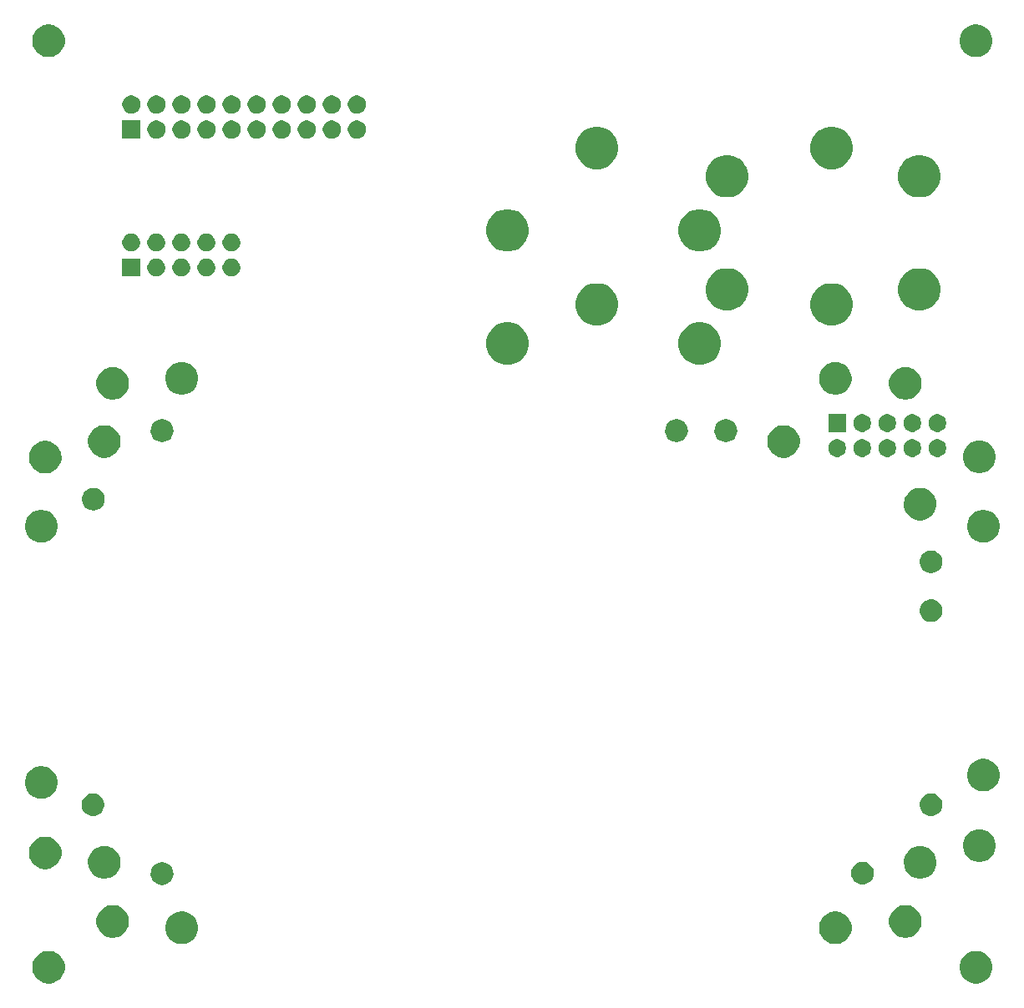
<source format=gbr>
G04 #@! TF.GenerationSoftware,KiCad,Pcbnew,5.1.5+dfsg1-2*
G04 #@! TF.CreationDate,2020-01-29T19:29:29+03:00*
G04 #@! TF.ProjectId,test-jig,74657374-2d6a-4696-972e-6b696361645f,rev?*
G04 #@! TF.SameCoordinates,Original*
G04 #@! TF.FileFunction,Soldermask,Bot*
G04 #@! TF.FilePolarity,Negative*
%FSLAX46Y46*%
G04 Gerber Fmt 4.6, Leading zero omitted, Abs format (unit mm)*
G04 Created by KiCad (PCBNEW 5.1.5+dfsg1-2) date 2020-01-29 19:29:29*
%MOMM*%
%LPD*%
G04 APERTURE LIST*
%ADD10C,0.100000*%
G04 APERTURE END LIST*
D10*
G36*
X197375256Y-145391298D02*
G01*
X197481579Y-145412447D01*
X197782042Y-145536903D01*
X198052451Y-145717585D01*
X198282415Y-145947549D01*
X198463097Y-146217958D01*
X198587553Y-146518421D01*
X198651000Y-146837391D01*
X198651000Y-147162609D01*
X198587553Y-147481579D01*
X198463097Y-147782042D01*
X198282415Y-148052451D01*
X198052451Y-148282415D01*
X197782042Y-148463097D01*
X197481579Y-148587553D01*
X197375256Y-148608702D01*
X197162611Y-148651000D01*
X196837389Y-148651000D01*
X196624744Y-148608702D01*
X196518421Y-148587553D01*
X196217958Y-148463097D01*
X195947549Y-148282415D01*
X195717585Y-148052451D01*
X195536903Y-147782042D01*
X195412447Y-147481579D01*
X195349000Y-147162609D01*
X195349000Y-146837391D01*
X195412447Y-146518421D01*
X195536903Y-146217958D01*
X195717585Y-145947549D01*
X195947549Y-145717585D01*
X196217958Y-145536903D01*
X196518421Y-145412447D01*
X196624744Y-145391298D01*
X196837389Y-145349000D01*
X197162611Y-145349000D01*
X197375256Y-145391298D01*
G37*
G36*
X103375256Y-145391298D02*
G01*
X103481579Y-145412447D01*
X103782042Y-145536903D01*
X104052451Y-145717585D01*
X104282415Y-145947549D01*
X104463097Y-146217958D01*
X104587553Y-146518421D01*
X104651000Y-146837391D01*
X104651000Y-147162609D01*
X104587553Y-147481579D01*
X104463097Y-147782042D01*
X104282415Y-148052451D01*
X104052451Y-148282415D01*
X103782042Y-148463097D01*
X103481579Y-148587553D01*
X103375256Y-148608702D01*
X103162611Y-148651000D01*
X102837389Y-148651000D01*
X102624744Y-148608702D01*
X102518421Y-148587553D01*
X102217958Y-148463097D01*
X101947549Y-148282415D01*
X101717585Y-148052451D01*
X101536903Y-147782042D01*
X101412447Y-147481579D01*
X101349000Y-147162609D01*
X101349000Y-146837391D01*
X101412447Y-146518421D01*
X101536903Y-146217958D01*
X101717585Y-145947549D01*
X101947549Y-145717585D01*
X102217958Y-145536903D01*
X102518421Y-145412447D01*
X102624744Y-145391298D01*
X102837389Y-145349000D01*
X103162611Y-145349000D01*
X103375256Y-145391298D01*
G37*
G36*
X116875256Y-141391298D02*
G01*
X116981579Y-141412447D01*
X117282042Y-141536903D01*
X117552451Y-141717585D01*
X117782415Y-141947549D01*
X117963097Y-142217958D01*
X118087553Y-142518421D01*
X118151000Y-142837391D01*
X118151000Y-143162609D01*
X118087553Y-143481579D01*
X117963097Y-143782042D01*
X117782415Y-144052451D01*
X117552451Y-144282415D01*
X117282042Y-144463097D01*
X116981579Y-144587553D01*
X116875256Y-144608702D01*
X116662611Y-144651000D01*
X116337389Y-144651000D01*
X116124744Y-144608702D01*
X116018421Y-144587553D01*
X115717958Y-144463097D01*
X115447549Y-144282415D01*
X115217585Y-144052451D01*
X115036903Y-143782042D01*
X114912447Y-143481579D01*
X114849000Y-143162609D01*
X114849000Y-142837391D01*
X114912447Y-142518421D01*
X115036903Y-142217958D01*
X115217585Y-141947549D01*
X115447549Y-141717585D01*
X115717958Y-141536903D01*
X116018421Y-141412447D01*
X116124744Y-141391298D01*
X116337389Y-141349000D01*
X116662611Y-141349000D01*
X116875256Y-141391298D01*
G37*
G36*
X183125256Y-141391298D02*
G01*
X183231579Y-141412447D01*
X183532042Y-141536903D01*
X183802451Y-141717585D01*
X184032415Y-141947549D01*
X184213097Y-142217958D01*
X184337553Y-142518421D01*
X184401000Y-142837391D01*
X184401000Y-143162609D01*
X184337553Y-143481579D01*
X184213097Y-143782042D01*
X184032415Y-144052451D01*
X183802451Y-144282415D01*
X183532042Y-144463097D01*
X183231579Y-144587553D01*
X183125256Y-144608702D01*
X182912611Y-144651000D01*
X182587389Y-144651000D01*
X182374744Y-144608702D01*
X182268421Y-144587553D01*
X181967958Y-144463097D01*
X181697549Y-144282415D01*
X181467585Y-144052451D01*
X181286903Y-143782042D01*
X181162447Y-143481579D01*
X181099000Y-143162609D01*
X181099000Y-142837391D01*
X181162447Y-142518421D01*
X181286903Y-142217958D01*
X181467585Y-141947549D01*
X181697549Y-141717585D01*
X181967958Y-141536903D01*
X182268421Y-141412447D01*
X182374744Y-141391298D01*
X182587389Y-141349000D01*
X182912611Y-141349000D01*
X183125256Y-141391298D01*
G37*
G36*
X109875256Y-140741298D02*
G01*
X109981579Y-140762447D01*
X110282042Y-140886903D01*
X110552451Y-141067585D01*
X110782415Y-141297549D01*
X110963097Y-141567958D01*
X111087553Y-141868421D01*
X111151000Y-142187391D01*
X111151000Y-142512609D01*
X111087553Y-142831579D01*
X110963097Y-143132042D01*
X110782415Y-143402451D01*
X110552451Y-143632415D01*
X110282042Y-143813097D01*
X109981579Y-143937553D01*
X109875256Y-143958702D01*
X109662611Y-144001000D01*
X109337389Y-144001000D01*
X109124744Y-143958702D01*
X109018421Y-143937553D01*
X108717958Y-143813097D01*
X108447549Y-143632415D01*
X108217585Y-143402451D01*
X108036903Y-143132042D01*
X107912447Y-142831579D01*
X107849000Y-142512609D01*
X107849000Y-142187391D01*
X107912447Y-141868421D01*
X108036903Y-141567958D01*
X108217585Y-141297549D01*
X108447549Y-141067585D01*
X108717958Y-140886903D01*
X109018421Y-140762447D01*
X109124744Y-140741298D01*
X109337389Y-140699000D01*
X109662611Y-140699000D01*
X109875256Y-140741298D01*
G37*
G36*
X190225256Y-140741298D02*
G01*
X190331579Y-140762447D01*
X190632042Y-140886903D01*
X190902451Y-141067585D01*
X191132415Y-141297549D01*
X191313097Y-141567958D01*
X191437553Y-141868421D01*
X191501000Y-142187391D01*
X191501000Y-142512609D01*
X191437553Y-142831579D01*
X191313097Y-143132042D01*
X191132415Y-143402451D01*
X190902451Y-143632415D01*
X190632042Y-143813097D01*
X190331579Y-143937553D01*
X190225256Y-143958702D01*
X190012611Y-144001000D01*
X189687389Y-144001000D01*
X189474744Y-143958702D01*
X189368421Y-143937553D01*
X189067958Y-143813097D01*
X188797549Y-143632415D01*
X188567585Y-143402451D01*
X188386903Y-143132042D01*
X188262447Y-142831579D01*
X188199000Y-142512609D01*
X188199000Y-142187391D01*
X188262447Y-141868421D01*
X188386903Y-141567958D01*
X188567585Y-141297549D01*
X188797549Y-141067585D01*
X189067958Y-140886903D01*
X189368421Y-140762447D01*
X189474744Y-140741298D01*
X189687389Y-140699000D01*
X190012611Y-140699000D01*
X190225256Y-140741298D01*
G37*
G36*
X114724549Y-136371116D02*
G01*
X114835734Y-136393232D01*
X115045203Y-136479997D01*
X115233720Y-136605960D01*
X115394040Y-136766280D01*
X115520003Y-136954797D01*
X115593420Y-137132040D01*
X115606768Y-137164267D01*
X115641055Y-137336636D01*
X115651000Y-137386636D01*
X115651000Y-137613364D01*
X115606768Y-137835734D01*
X115520003Y-138045203D01*
X115394040Y-138233720D01*
X115233720Y-138394040D01*
X115045203Y-138520003D01*
X114835734Y-138606768D01*
X114724549Y-138628884D01*
X114613365Y-138651000D01*
X114386635Y-138651000D01*
X114275451Y-138628884D01*
X114164266Y-138606768D01*
X113954797Y-138520003D01*
X113766280Y-138394040D01*
X113605960Y-138233720D01*
X113479997Y-138045203D01*
X113393232Y-137835734D01*
X113349000Y-137613364D01*
X113349000Y-137386636D01*
X113358946Y-137336636D01*
X113393232Y-137164267D01*
X113406581Y-137132040D01*
X113479997Y-136954797D01*
X113605960Y-136766280D01*
X113766280Y-136605960D01*
X113954797Y-136479997D01*
X114164266Y-136393232D01*
X114275451Y-136371116D01*
X114386635Y-136349000D01*
X114613365Y-136349000D01*
X114724549Y-136371116D01*
G37*
G36*
X185724549Y-136321116D02*
G01*
X185835734Y-136343232D01*
X186045203Y-136429997D01*
X186233720Y-136555960D01*
X186394040Y-136716280D01*
X186520003Y-136904797D01*
X186606768Y-137114266D01*
X186616714Y-137164267D01*
X186651000Y-137336635D01*
X186651000Y-137563365D01*
X186641054Y-137613365D01*
X186606768Y-137785734D01*
X186520003Y-137995203D01*
X186394040Y-138183720D01*
X186233720Y-138344040D01*
X186045203Y-138470003D01*
X185835734Y-138556768D01*
X185724549Y-138578884D01*
X185613365Y-138601000D01*
X185386635Y-138601000D01*
X185275451Y-138578884D01*
X185164266Y-138556768D01*
X184954797Y-138470003D01*
X184766280Y-138344040D01*
X184605960Y-138183720D01*
X184479997Y-137995203D01*
X184393232Y-137785734D01*
X184358946Y-137613365D01*
X184349000Y-137563365D01*
X184349000Y-137336635D01*
X184383286Y-137164267D01*
X184393232Y-137114266D01*
X184479997Y-136904797D01*
X184605960Y-136716280D01*
X184766280Y-136555960D01*
X184954797Y-136429997D01*
X185164266Y-136343232D01*
X185275451Y-136321116D01*
X185386635Y-136299000D01*
X185613365Y-136299000D01*
X185724549Y-136321116D01*
G37*
G36*
X109025256Y-134741298D02*
G01*
X109131579Y-134762447D01*
X109432042Y-134886903D01*
X109702451Y-135067585D01*
X109932415Y-135297549D01*
X110109523Y-135562609D01*
X110113098Y-135567960D01*
X110237553Y-135868422D01*
X110301000Y-136187389D01*
X110301000Y-136512611D01*
X110267224Y-136682415D01*
X110237553Y-136831579D01*
X110113097Y-137132042D01*
X109932415Y-137402451D01*
X109702451Y-137632415D01*
X109432042Y-137813097D01*
X109131579Y-137937553D01*
X109025256Y-137958702D01*
X108812611Y-138001000D01*
X108487389Y-138001000D01*
X108274744Y-137958702D01*
X108168421Y-137937553D01*
X107867958Y-137813097D01*
X107597549Y-137632415D01*
X107367585Y-137402451D01*
X107186903Y-137132042D01*
X107062447Y-136831579D01*
X107032776Y-136682415D01*
X106999000Y-136512611D01*
X106999000Y-136187389D01*
X107062447Y-135868422D01*
X107186902Y-135567960D01*
X107190477Y-135562609D01*
X107367585Y-135297549D01*
X107597549Y-135067585D01*
X107867958Y-134886903D01*
X108168421Y-134762447D01*
X108274744Y-134741298D01*
X108487389Y-134699000D01*
X108812611Y-134699000D01*
X109025256Y-134741298D01*
G37*
G36*
X191725256Y-134741298D02*
G01*
X191831579Y-134762447D01*
X192132042Y-134886903D01*
X192402451Y-135067585D01*
X192632415Y-135297549D01*
X192809523Y-135562609D01*
X192813098Y-135567960D01*
X192937553Y-135868422D01*
X193001000Y-136187389D01*
X193001000Y-136512611D01*
X192967224Y-136682415D01*
X192937553Y-136831579D01*
X192813097Y-137132042D01*
X192632415Y-137402451D01*
X192402451Y-137632415D01*
X192132042Y-137813097D01*
X191831579Y-137937553D01*
X191725256Y-137958702D01*
X191512611Y-138001000D01*
X191187389Y-138001000D01*
X190974744Y-137958702D01*
X190868421Y-137937553D01*
X190567958Y-137813097D01*
X190297549Y-137632415D01*
X190067585Y-137402451D01*
X189886903Y-137132042D01*
X189762447Y-136831579D01*
X189732776Y-136682415D01*
X189699000Y-136512611D01*
X189699000Y-136187389D01*
X189762447Y-135868422D01*
X189886902Y-135567960D01*
X189890477Y-135562609D01*
X190067585Y-135297549D01*
X190297549Y-135067585D01*
X190567958Y-134886903D01*
X190868421Y-134762447D01*
X190974744Y-134741298D01*
X191187389Y-134699000D01*
X191512611Y-134699000D01*
X191725256Y-134741298D01*
G37*
G36*
X103025256Y-133791298D02*
G01*
X103131579Y-133812447D01*
X103432042Y-133936903D01*
X103702451Y-134117585D01*
X103932415Y-134347549D01*
X104113097Y-134617958D01*
X104237553Y-134918421D01*
X104301000Y-135237391D01*
X104301000Y-135562609D01*
X104237553Y-135881579D01*
X104113097Y-136182042D01*
X103932415Y-136452451D01*
X103702451Y-136682415D01*
X103432042Y-136863097D01*
X103131579Y-136987553D01*
X103025256Y-137008702D01*
X102812611Y-137051000D01*
X102487389Y-137051000D01*
X102274744Y-137008702D01*
X102168421Y-136987553D01*
X101867958Y-136863097D01*
X101597549Y-136682415D01*
X101367585Y-136452451D01*
X101186903Y-136182042D01*
X101062447Y-135881579D01*
X100999000Y-135562609D01*
X100999000Y-135237391D01*
X101062447Y-134918421D01*
X101186903Y-134617958D01*
X101367585Y-134347549D01*
X101597549Y-134117585D01*
X101867958Y-133936903D01*
X102168421Y-133812447D01*
X102274744Y-133791298D01*
X102487389Y-133749000D01*
X102812611Y-133749000D01*
X103025256Y-133791298D01*
G37*
G36*
X197725256Y-133041298D02*
G01*
X197831579Y-133062447D01*
X198132042Y-133186903D01*
X198402451Y-133367585D01*
X198632415Y-133597549D01*
X198813097Y-133867958D01*
X198937553Y-134168421D01*
X199001000Y-134487391D01*
X199001000Y-134812609D01*
X198937553Y-135131579D01*
X198813097Y-135432042D01*
X198632415Y-135702451D01*
X198402451Y-135932415D01*
X198132042Y-136113097D01*
X197831579Y-136237553D01*
X197725256Y-136258702D01*
X197512611Y-136301000D01*
X197187389Y-136301000D01*
X196974744Y-136258702D01*
X196868421Y-136237553D01*
X196567958Y-136113097D01*
X196297549Y-135932415D01*
X196067585Y-135702451D01*
X195886903Y-135432042D01*
X195762447Y-135131579D01*
X195699000Y-134812609D01*
X195699000Y-134487391D01*
X195762447Y-134168421D01*
X195886903Y-133867958D01*
X196067585Y-133597549D01*
X196297549Y-133367585D01*
X196567958Y-133186903D01*
X196868421Y-133062447D01*
X196974744Y-133041298D01*
X197187389Y-132999000D01*
X197512611Y-132999000D01*
X197725256Y-133041298D01*
G37*
G36*
X192674549Y-129371116D02*
G01*
X192785734Y-129393232D01*
X192995203Y-129479997D01*
X193183720Y-129605960D01*
X193344040Y-129766280D01*
X193470003Y-129954797D01*
X193556768Y-130164266D01*
X193601000Y-130386636D01*
X193601000Y-130613364D01*
X193556768Y-130835734D01*
X193470003Y-131045203D01*
X193344040Y-131233720D01*
X193183720Y-131394040D01*
X192995203Y-131520003D01*
X192785734Y-131606768D01*
X192674549Y-131628884D01*
X192563365Y-131651000D01*
X192336635Y-131651000D01*
X192225451Y-131628884D01*
X192114266Y-131606768D01*
X191904797Y-131520003D01*
X191716280Y-131394040D01*
X191555960Y-131233720D01*
X191429997Y-131045203D01*
X191343232Y-130835734D01*
X191299000Y-130613364D01*
X191299000Y-130386636D01*
X191343232Y-130164266D01*
X191429997Y-129954797D01*
X191555960Y-129766280D01*
X191716280Y-129605960D01*
X191904797Y-129479997D01*
X192114266Y-129393232D01*
X192225451Y-129371116D01*
X192336635Y-129349000D01*
X192563365Y-129349000D01*
X192674549Y-129371116D01*
G37*
G36*
X107724549Y-129371116D02*
G01*
X107835734Y-129393232D01*
X108045203Y-129479997D01*
X108233720Y-129605960D01*
X108394040Y-129766280D01*
X108520003Y-129954797D01*
X108606768Y-130164266D01*
X108651000Y-130386636D01*
X108651000Y-130613364D01*
X108606768Y-130835734D01*
X108520003Y-131045203D01*
X108394040Y-131233720D01*
X108233720Y-131394040D01*
X108045203Y-131520003D01*
X107835734Y-131606768D01*
X107724549Y-131628884D01*
X107613365Y-131651000D01*
X107386635Y-131651000D01*
X107275451Y-131628884D01*
X107164266Y-131606768D01*
X106954797Y-131520003D01*
X106766280Y-131394040D01*
X106605960Y-131233720D01*
X106479997Y-131045203D01*
X106393232Y-130835734D01*
X106349000Y-130613364D01*
X106349000Y-130386636D01*
X106393232Y-130164266D01*
X106479997Y-129954797D01*
X106605960Y-129766280D01*
X106766280Y-129605960D01*
X106954797Y-129479997D01*
X107164266Y-129393232D01*
X107275451Y-129371116D01*
X107386635Y-129349000D01*
X107613365Y-129349000D01*
X107724549Y-129371116D01*
G37*
G36*
X102625256Y-126641298D02*
G01*
X102731579Y-126662447D01*
X103032042Y-126786903D01*
X103302451Y-126967585D01*
X103532415Y-127197549D01*
X103713097Y-127467958D01*
X103837553Y-127768421D01*
X103901000Y-128087391D01*
X103901000Y-128412609D01*
X103837553Y-128731579D01*
X103713097Y-129032042D01*
X103532415Y-129302451D01*
X103302451Y-129532415D01*
X103032042Y-129713097D01*
X102731579Y-129837553D01*
X102625256Y-129858702D01*
X102412611Y-129901000D01*
X102087389Y-129901000D01*
X101874744Y-129858702D01*
X101768421Y-129837553D01*
X101467958Y-129713097D01*
X101197549Y-129532415D01*
X100967585Y-129302451D01*
X100786903Y-129032042D01*
X100662447Y-128731579D01*
X100599000Y-128412609D01*
X100599000Y-128087391D01*
X100662447Y-127768421D01*
X100786903Y-127467958D01*
X100967585Y-127197549D01*
X101197549Y-126967585D01*
X101467958Y-126786903D01*
X101768421Y-126662447D01*
X101874744Y-126641298D01*
X102087389Y-126599000D01*
X102412611Y-126599000D01*
X102625256Y-126641298D01*
G37*
G36*
X198125256Y-125891298D02*
G01*
X198231579Y-125912447D01*
X198532042Y-126036903D01*
X198802451Y-126217585D01*
X199032415Y-126447549D01*
X199213097Y-126717958D01*
X199337553Y-127018421D01*
X199401000Y-127337391D01*
X199401000Y-127662609D01*
X199337553Y-127981579D01*
X199213097Y-128282042D01*
X199032415Y-128552451D01*
X198802451Y-128782415D01*
X198532042Y-128963097D01*
X198231579Y-129087553D01*
X198125256Y-129108702D01*
X197912611Y-129151000D01*
X197587389Y-129151000D01*
X197374744Y-129108702D01*
X197268421Y-129087553D01*
X196967958Y-128963097D01*
X196697549Y-128782415D01*
X196467585Y-128552451D01*
X196286903Y-128282042D01*
X196162447Y-127981579D01*
X196099000Y-127662609D01*
X196099000Y-127337391D01*
X196162447Y-127018421D01*
X196286903Y-126717958D01*
X196467585Y-126447549D01*
X196697549Y-126217585D01*
X196967958Y-126036903D01*
X197268421Y-125912447D01*
X197374744Y-125891298D01*
X197587389Y-125849000D01*
X197912611Y-125849000D01*
X198125256Y-125891298D01*
G37*
G36*
X192674549Y-109671116D02*
G01*
X192785734Y-109693232D01*
X192995203Y-109779997D01*
X193183720Y-109905960D01*
X193344040Y-110066280D01*
X193470003Y-110254797D01*
X193556768Y-110464266D01*
X193601000Y-110686636D01*
X193601000Y-110913364D01*
X193556768Y-111135734D01*
X193470003Y-111345203D01*
X193344040Y-111533720D01*
X193183720Y-111694040D01*
X192995203Y-111820003D01*
X192785734Y-111906768D01*
X192674549Y-111928884D01*
X192563365Y-111951000D01*
X192336635Y-111951000D01*
X192225451Y-111928884D01*
X192114266Y-111906768D01*
X191904797Y-111820003D01*
X191716280Y-111694040D01*
X191555960Y-111533720D01*
X191429997Y-111345203D01*
X191343232Y-111135734D01*
X191299000Y-110913364D01*
X191299000Y-110686636D01*
X191343232Y-110464266D01*
X191429997Y-110254797D01*
X191555960Y-110066280D01*
X191716280Y-109905960D01*
X191904797Y-109779997D01*
X192114266Y-109693232D01*
X192225451Y-109671116D01*
X192336635Y-109649000D01*
X192563365Y-109649000D01*
X192674549Y-109671116D01*
G37*
G36*
X192674549Y-104721116D02*
G01*
X192785734Y-104743232D01*
X192995203Y-104829997D01*
X193183720Y-104955960D01*
X193344040Y-105116280D01*
X193470003Y-105304797D01*
X193556768Y-105514266D01*
X193601000Y-105736636D01*
X193601000Y-105963364D01*
X193556768Y-106185734D01*
X193470003Y-106395203D01*
X193344040Y-106583720D01*
X193183720Y-106744040D01*
X192995203Y-106870003D01*
X192785734Y-106956768D01*
X192674549Y-106978884D01*
X192563365Y-107001000D01*
X192336635Y-107001000D01*
X192225451Y-106978884D01*
X192114266Y-106956768D01*
X191904797Y-106870003D01*
X191716280Y-106744040D01*
X191555960Y-106583720D01*
X191429997Y-106395203D01*
X191343232Y-106185734D01*
X191299000Y-105963364D01*
X191299000Y-105736636D01*
X191343232Y-105514266D01*
X191429997Y-105304797D01*
X191555960Y-105116280D01*
X191716280Y-104955960D01*
X191904797Y-104829997D01*
X192114266Y-104743232D01*
X192225451Y-104721116D01*
X192336635Y-104699000D01*
X192563365Y-104699000D01*
X192674549Y-104721116D01*
G37*
G36*
X198125256Y-100641298D02*
G01*
X198231579Y-100662447D01*
X198532042Y-100786903D01*
X198802451Y-100967585D01*
X199032415Y-101197549D01*
X199213097Y-101467958D01*
X199337553Y-101768421D01*
X199401000Y-102087391D01*
X199401000Y-102412609D01*
X199337553Y-102731579D01*
X199213097Y-103032042D01*
X199032415Y-103302451D01*
X198802451Y-103532415D01*
X198532042Y-103713097D01*
X198231579Y-103837553D01*
X198125256Y-103858702D01*
X197912611Y-103901000D01*
X197587389Y-103901000D01*
X197374744Y-103858702D01*
X197268421Y-103837553D01*
X196967958Y-103713097D01*
X196697549Y-103532415D01*
X196467585Y-103302451D01*
X196286903Y-103032042D01*
X196162447Y-102731579D01*
X196099000Y-102412609D01*
X196099000Y-102087391D01*
X196162447Y-101768421D01*
X196286903Y-101467958D01*
X196467585Y-101197549D01*
X196697549Y-100967585D01*
X196967958Y-100786903D01*
X197268421Y-100662447D01*
X197374744Y-100641298D01*
X197587389Y-100599000D01*
X197912611Y-100599000D01*
X198125256Y-100641298D01*
G37*
G36*
X102625256Y-100641298D02*
G01*
X102731579Y-100662447D01*
X103032042Y-100786903D01*
X103302451Y-100967585D01*
X103532415Y-101197549D01*
X103713097Y-101467958D01*
X103837553Y-101768421D01*
X103901000Y-102087391D01*
X103901000Y-102412609D01*
X103837553Y-102731579D01*
X103713097Y-103032042D01*
X103532415Y-103302451D01*
X103302451Y-103532415D01*
X103032042Y-103713097D01*
X102731579Y-103837553D01*
X102625256Y-103858702D01*
X102412611Y-103901000D01*
X102087389Y-103901000D01*
X101874744Y-103858702D01*
X101768421Y-103837553D01*
X101467958Y-103713097D01*
X101197549Y-103532415D01*
X100967585Y-103302451D01*
X100786903Y-103032042D01*
X100662447Y-102731579D01*
X100599000Y-102412609D01*
X100599000Y-102087391D01*
X100662447Y-101768421D01*
X100786903Y-101467958D01*
X100967585Y-101197549D01*
X101197549Y-100967585D01*
X101467958Y-100786903D01*
X101768421Y-100662447D01*
X101874744Y-100641298D01*
X102087389Y-100599000D01*
X102412611Y-100599000D01*
X102625256Y-100641298D01*
G37*
G36*
X191725256Y-98391298D02*
G01*
X191831579Y-98412447D01*
X192132042Y-98536903D01*
X192402451Y-98717585D01*
X192632415Y-98947549D01*
X192813097Y-99217958D01*
X192937553Y-99518421D01*
X192958702Y-99624744D01*
X193001000Y-99837389D01*
X193001000Y-100162611D01*
X192986855Y-100233720D01*
X192937553Y-100481579D01*
X192813097Y-100782042D01*
X192632415Y-101052451D01*
X192402451Y-101282415D01*
X192132042Y-101463097D01*
X191831579Y-101587553D01*
X191725256Y-101608702D01*
X191512611Y-101651000D01*
X191187389Y-101651000D01*
X190974744Y-101608702D01*
X190868421Y-101587553D01*
X190567958Y-101463097D01*
X190297549Y-101282415D01*
X190067585Y-101052451D01*
X189886903Y-100782042D01*
X189762447Y-100481579D01*
X189713145Y-100233720D01*
X189699000Y-100162611D01*
X189699000Y-99837389D01*
X189741298Y-99624744D01*
X189762447Y-99518421D01*
X189886903Y-99217958D01*
X190067585Y-98947549D01*
X190297549Y-98717585D01*
X190567958Y-98536903D01*
X190868421Y-98412447D01*
X190974744Y-98391298D01*
X191187389Y-98349000D01*
X191512611Y-98349000D01*
X191725256Y-98391298D01*
G37*
G36*
X107774549Y-98371116D02*
G01*
X107885734Y-98393232D01*
X108095203Y-98479997D01*
X108283720Y-98605960D01*
X108444040Y-98766280D01*
X108570003Y-98954797D01*
X108656768Y-99164266D01*
X108701000Y-99386636D01*
X108701000Y-99613364D01*
X108656768Y-99835734D01*
X108570003Y-100045203D01*
X108444040Y-100233720D01*
X108283720Y-100394040D01*
X108095203Y-100520003D01*
X107885734Y-100606768D01*
X107774549Y-100628884D01*
X107663365Y-100651000D01*
X107436635Y-100651000D01*
X107325451Y-100628884D01*
X107214266Y-100606768D01*
X107004797Y-100520003D01*
X106816280Y-100394040D01*
X106655960Y-100233720D01*
X106529997Y-100045203D01*
X106443232Y-99835734D01*
X106399000Y-99613364D01*
X106399000Y-99386636D01*
X106443232Y-99164266D01*
X106529997Y-98954797D01*
X106655960Y-98766280D01*
X106816280Y-98605960D01*
X107004797Y-98479997D01*
X107214266Y-98393232D01*
X107325451Y-98371116D01*
X107436635Y-98349000D01*
X107663365Y-98349000D01*
X107774549Y-98371116D01*
G37*
G36*
X103025256Y-93641298D02*
G01*
X103131579Y-93662447D01*
X103432042Y-93786903D01*
X103702451Y-93967585D01*
X103932415Y-94197549D01*
X104113097Y-94467958D01*
X104216843Y-94718422D01*
X104237553Y-94768422D01*
X104291055Y-95037391D01*
X104301000Y-95087391D01*
X104301000Y-95412609D01*
X104237553Y-95731579D01*
X104113097Y-96032042D01*
X103932415Y-96302451D01*
X103702451Y-96532415D01*
X103432042Y-96713097D01*
X103131579Y-96837553D01*
X103063976Y-96851000D01*
X102812611Y-96901000D01*
X102487389Y-96901000D01*
X102236024Y-96851000D01*
X102168421Y-96837553D01*
X101867958Y-96713097D01*
X101597549Y-96532415D01*
X101367585Y-96302451D01*
X101186903Y-96032042D01*
X101062447Y-95731579D01*
X100999000Y-95412609D01*
X100999000Y-95087391D01*
X101008946Y-95037391D01*
X101062447Y-94768422D01*
X101083158Y-94718422D01*
X101186903Y-94467958D01*
X101367585Y-94197549D01*
X101597549Y-93967585D01*
X101867958Y-93786903D01*
X102168421Y-93662447D01*
X102274744Y-93641298D01*
X102487389Y-93599000D01*
X102812611Y-93599000D01*
X103025256Y-93641298D01*
G37*
G36*
X197725256Y-93591298D02*
G01*
X197831579Y-93612447D01*
X198132042Y-93736903D01*
X198402451Y-93917585D01*
X198632415Y-94147549D01*
X198688749Y-94231859D01*
X198813098Y-94417960D01*
X198937553Y-94718422D01*
X199001000Y-95037389D01*
X199001000Y-95362611D01*
X198991054Y-95412611D01*
X198937553Y-95681579D01*
X198813097Y-95982042D01*
X198632415Y-96252451D01*
X198402451Y-96482415D01*
X198132042Y-96663097D01*
X197831579Y-96787553D01*
X197725256Y-96808702D01*
X197512611Y-96851000D01*
X197187389Y-96851000D01*
X196974744Y-96808702D01*
X196868421Y-96787553D01*
X196567958Y-96663097D01*
X196297549Y-96482415D01*
X196067585Y-96252451D01*
X195886903Y-95982042D01*
X195762447Y-95681579D01*
X195708946Y-95412611D01*
X195699000Y-95362611D01*
X195699000Y-95037389D01*
X195762447Y-94718422D01*
X195886902Y-94417960D01*
X196011251Y-94231859D01*
X196067585Y-94147549D01*
X196297549Y-93917585D01*
X196567958Y-93736903D01*
X196868421Y-93612447D01*
X196974744Y-93591298D01*
X197187389Y-93549000D01*
X197512611Y-93549000D01*
X197725256Y-93591298D01*
G37*
G36*
X109025256Y-92041298D02*
G01*
X109131579Y-92062447D01*
X109432042Y-92186903D01*
X109702451Y-92367585D01*
X109932415Y-92597549D01*
X109932416Y-92597551D01*
X110113098Y-92867960D01*
X110237553Y-93168422D01*
X110301000Y-93487389D01*
X110301000Y-93812611D01*
X110258702Y-94025256D01*
X110237553Y-94131579D01*
X110113097Y-94432042D01*
X109932415Y-94702451D01*
X109702451Y-94932415D01*
X109432042Y-95113097D01*
X109131579Y-95237553D01*
X109025256Y-95258702D01*
X108812611Y-95301000D01*
X108487389Y-95301000D01*
X108274744Y-95258702D01*
X108168421Y-95237553D01*
X107867958Y-95113097D01*
X107597549Y-94932415D01*
X107367585Y-94702451D01*
X107186903Y-94432042D01*
X107062447Y-94131579D01*
X107041298Y-94025256D01*
X106999000Y-93812611D01*
X106999000Y-93487389D01*
X107062447Y-93168422D01*
X107186902Y-92867960D01*
X107367584Y-92597551D01*
X107367585Y-92597549D01*
X107597549Y-92367585D01*
X107867958Y-92186903D01*
X108168421Y-92062447D01*
X108274744Y-92041298D01*
X108487389Y-91999000D01*
X108812611Y-91999000D01*
X109025256Y-92041298D01*
G37*
G36*
X177875256Y-92041298D02*
G01*
X177981579Y-92062447D01*
X178282042Y-92186903D01*
X178552451Y-92367585D01*
X178782415Y-92597549D01*
X178782416Y-92597551D01*
X178963098Y-92867960D01*
X179087553Y-93168422D01*
X179151000Y-93487389D01*
X179151000Y-93812611D01*
X179108702Y-94025256D01*
X179087553Y-94131579D01*
X178963097Y-94432042D01*
X178782415Y-94702451D01*
X178552451Y-94932415D01*
X178282042Y-95113097D01*
X177981579Y-95237553D01*
X177875256Y-95258702D01*
X177662611Y-95301000D01*
X177337389Y-95301000D01*
X177124744Y-95258702D01*
X177018421Y-95237553D01*
X176717958Y-95113097D01*
X176447549Y-94932415D01*
X176217585Y-94702451D01*
X176036903Y-94432042D01*
X175912447Y-94131579D01*
X175891298Y-94025256D01*
X175849000Y-93812611D01*
X175849000Y-93487389D01*
X175912447Y-93168422D01*
X176036902Y-92867960D01*
X176217584Y-92597551D01*
X176217585Y-92597549D01*
X176447549Y-92367585D01*
X176717958Y-92186903D01*
X177018421Y-92062447D01*
X177124744Y-92041298D01*
X177337389Y-91999000D01*
X177662611Y-91999000D01*
X177875256Y-92041298D01*
G37*
G36*
X185586812Y-93424527D02*
G01*
X185736112Y-93454224D01*
X185900084Y-93522144D01*
X186047654Y-93620747D01*
X186173153Y-93746246D01*
X186271756Y-93893816D01*
X186339676Y-94057788D01*
X186374300Y-94231859D01*
X186374300Y-94409341D01*
X186339676Y-94583412D01*
X186271756Y-94747384D01*
X186173153Y-94894954D01*
X186047654Y-95020453D01*
X185900084Y-95119056D01*
X185736112Y-95186976D01*
X185586812Y-95216673D01*
X185562042Y-95221600D01*
X185384558Y-95221600D01*
X185359788Y-95216673D01*
X185210488Y-95186976D01*
X185046516Y-95119056D01*
X184898946Y-95020453D01*
X184773447Y-94894954D01*
X184674844Y-94747384D01*
X184606924Y-94583412D01*
X184572300Y-94409341D01*
X184572300Y-94231859D01*
X184606924Y-94057788D01*
X184674844Y-93893816D01*
X184773447Y-93746246D01*
X184898946Y-93620747D01*
X185046516Y-93522144D01*
X185210488Y-93454224D01*
X185359788Y-93424527D01*
X185384558Y-93419600D01*
X185562042Y-93419600D01*
X185586812Y-93424527D01*
G37*
G36*
X183046812Y-93424527D02*
G01*
X183196112Y-93454224D01*
X183360084Y-93522144D01*
X183507654Y-93620747D01*
X183633153Y-93746246D01*
X183731756Y-93893816D01*
X183799676Y-94057788D01*
X183834300Y-94231859D01*
X183834300Y-94409341D01*
X183799676Y-94583412D01*
X183731756Y-94747384D01*
X183633153Y-94894954D01*
X183507654Y-95020453D01*
X183360084Y-95119056D01*
X183196112Y-95186976D01*
X183046812Y-95216673D01*
X183022042Y-95221600D01*
X182844558Y-95221600D01*
X182819788Y-95216673D01*
X182670488Y-95186976D01*
X182506516Y-95119056D01*
X182358946Y-95020453D01*
X182233447Y-94894954D01*
X182134844Y-94747384D01*
X182066924Y-94583412D01*
X182032300Y-94409341D01*
X182032300Y-94231859D01*
X182066924Y-94057788D01*
X182134844Y-93893816D01*
X182233447Y-93746246D01*
X182358946Y-93620747D01*
X182506516Y-93522144D01*
X182670488Y-93454224D01*
X182819788Y-93424527D01*
X182844558Y-93419600D01*
X183022042Y-93419600D01*
X183046812Y-93424527D01*
G37*
G36*
X188126812Y-93424527D02*
G01*
X188276112Y-93454224D01*
X188440084Y-93522144D01*
X188587654Y-93620747D01*
X188713153Y-93746246D01*
X188811756Y-93893816D01*
X188879676Y-94057788D01*
X188914300Y-94231859D01*
X188914300Y-94409341D01*
X188879676Y-94583412D01*
X188811756Y-94747384D01*
X188713153Y-94894954D01*
X188587654Y-95020453D01*
X188440084Y-95119056D01*
X188276112Y-95186976D01*
X188126812Y-95216673D01*
X188102042Y-95221600D01*
X187924558Y-95221600D01*
X187899788Y-95216673D01*
X187750488Y-95186976D01*
X187586516Y-95119056D01*
X187438946Y-95020453D01*
X187313447Y-94894954D01*
X187214844Y-94747384D01*
X187146924Y-94583412D01*
X187112300Y-94409341D01*
X187112300Y-94231859D01*
X187146924Y-94057788D01*
X187214844Y-93893816D01*
X187313447Y-93746246D01*
X187438946Y-93620747D01*
X187586516Y-93522144D01*
X187750488Y-93454224D01*
X187899788Y-93424527D01*
X187924558Y-93419600D01*
X188102042Y-93419600D01*
X188126812Y-93424527D01*
G37*
G36*
X190666812Y-93424527D02*
G01*
X190816112Y-93454224D01*
X190980084Y-93522144D01*
X191127654Y-93620747D01*
X191253153Y-93746246D01*
X191351756Y-93893816D01*
X191419676Y-94057788D01*
X191454300Y-94231859D01*
X191454300Y-94409341D01*
X191419676Y-94583412D01*
X191351756Y-94747384D01*
X191253153Y-94894954D01*
X191127654Y-95020453D01*
X190980084Y-95119056D01*
X190816112Y-95186976D01*
X190666812Y-95216673D01*
X190642042Y-95221600D01*
X190464558Y-95221600D01*
X190439788Y-95216673D01*
X190290488Y-95186976D01*
X190126516Y-95119056D01*
X189978946Y-95020453D01*
X189853447Y-94894954D01*
X189754844Y-94747384D01*
X189686924Y-94583412D01*
X189652300Y-94409341D01*
X189652300Y-94231859D01*
X189686924Y-94057788D01*
X189754844Y-93893816D01*
X189853447Y-93746246D01*
X189978946Y-93620747D01*
X190126516Y-93522144D01*
X190290488Y-93454224D01*
X190439788Y-93424527D01*
X190464558Y-93419600D01*
X190642042Y-93419600D01*
X190666812Y-93424527D01*
G37*
G36*
X193206812Y-93424527D02*
G01*
X193356112Y-93454224D01*
X193520084Y-93522144D01*
X193667654Y-93620747D01*
X193793153Y-93746246D01*
X193891756Y-93893816D01*
X193959676Y-94057788D01*
X193994300Y-94231859D01*
X193994300Y-94409341D01*
X193959676Y-94583412D01*
X193891756Y-94747384D01*
X193793153Y-94894954D01*
X193667654Y-95020453D01*
X193520084Y-95119056D01*
X193356112Y-95186976D01*
X193206812Y-95216673D01*
X193182042Y-95221600D01*
X193004558Y-95221600D01*
X192979788Y-95216673D01*
X192830488Y-95186976D01*
X192666516Y-95119056D01*
X192518946Y-95020453D01*
X192393447Y-94894954D01*
X192294844Y-94747384D01*
X192226924Y-94583412D01*
X192192300Y-94409341D01*
X192192300Y-94231859D01*
X192226924Y-94057788D01*
X192294844Y-93893816D01*
X192393447Y-93746246D01*
X192518946Y-93620747D01*
X192666516Y-93522144D01*
X192830488Y-93454224D01*
X192979788Y-93424527D01*
X193004558Y-93419600D01*
X193182042Y-93419600D01*
X193206812Y-93424527D01*
G37*
G36*
X171874549Y-91421116D02*
G01*
X171985734Y-91443232D01*
X172133850Y-91504584D01*
X172165731Y-91517789D01*
X172195203Y-91529997D01*
X172383720Y-91655960D01*
X172544040Y-91816280D01*
X172670003Y-92004797D01*
X172670004Y-92004799D01*
X172685998Y-92043412D01*
X172753917Y-92207382D01*
X172756768Y-92214267D01*
X172784753Y-92354954D01*
X172801000Y-92436636D01*
X172801000Y-92663364D01*
X172756768Y-92885734D01*
X172670003Y-93095203D01*
X172544040Y-93283720D01*
X172383720Y-93444040D01*
X172195203Y-93570003D01*
X171985734Y-93656768D01*
X171874549Y-93678884D01*
X171763365Y-93701000D01*
X171536635Y-93701000D01*
X171425451Y-93678884D01*
X171314266Y-93656768D01*
X171104797Y-93570003D01*
X170916280Y-93444040D01*
X170755960Y-93283720D01*
X170629997Y-93095203D01*
X170543232Y-92885734D01*
X170499000Y-92663364D01*
X170499000Y-92436636D01*
X170515248Y-92354954D01*
X170543232Y-92214267D01*
X170546084Y-92207382D01*
X170614002Y-92043412D01*
X170629996Y-92004799D01*
X170629997Y-92004797D01*
X170755960Y-91816280D01*
X170916280Y-91655960D01*
X171104797Y-91529997D01*
X171134270Y-91517789D01*
X171166150Y-91504584D01*
X171314266Y-91443232D01*
X171425451Y-91421116D01*
X171536635Y-91399000D01*
X171763365Y-91399000D01*
X171874549Y-91421116D01*
G37*
G36*
X166874549Y-91421116D02*
G01*
X166985734Y-91443232D01*
X167133850Y-91504584D01*
X167165731Y-91517789D01*
X167195203Y-91529997D01*
X167383720Y-91655960D01*
X167544040Y-91816280D01*
X167670003Y-92004797D01*
X167670004Y-92004799D01*
X167685998Y-92043412D01*
X167753917Y-92207382D01*
X167756768Y-92214267D01*
X167784753Y-92354954D01*
X167801000Y-92436636D01*
X167801000Y-92663364D01*
X167756768Y-92885734D01*
X167670003Y-93095203D01*
X167544040Y-93283720D01*
X167383720Y-93444040D01*
X167195203Y-93570003D01*
X166985734Y-93656768D01*
X166874549Y-93678884D01*
X166763365Y-93701000D01*
X166536635Y-93701000D01*
X166425451Y-93678884D01*
X166314266Y-93656768D01*
X166104797Y-93570003D01*
X165916280Y-93444040D01*
X165755960Y-93283720D01*
X165629997Y-93095203D01*
X165543232Y-92885734D01*
X165499000Y-92663364D01*
X165499000Y-92436636D01*
X165515248Y-92354954D01*
X165543232Y-92214267D01*
X165546084Y-92207382D01*
X165614002Y-92043412D01*
X165629996Y-92004799D01*
X165629997Y-92004797D01*
X165755960Y-91816280D01*
X165916280Y-91655960D01*
X166104797Y-91529997D01*
X166134270Y-91517789D01*
X166166150Y-91504584D01*
X166314266Y-91443232D01*
X166425451Y-91421116D01*
X166536635Y-91399000D01*
X166763365Y-91399000D01*
X166874549Y-91421116D01*
G37*
G36*
X114724549Y-91421116D02*
G01*
X114835734Y-91443232D01*
X114983850Y-91504584D01*
X115015731Y-91517789D01*
X115045203Y-91529997D01*
X115233720Y-91655960D01*
X115394040Y-91816280D01*
X115520003Y-92004797D01*
X115520004Y-92004799D01*
X115535998Y-92043412D01*
X115603917Y-92207382D01*
X115606768Y-92214267D01*
X115634753Y-92354954D01*
X115651000Y-92436636D01*
X115651000Y-92663364D01*
X115606768Y-92885734D01*
X115520003Y-93095203D01*
X115394040Y-93283720D01*
X115233720Y-93444040D01*
X115045203Y-93570003D01*
X114835734Y-93656768D01*
X114724549Y-93678884D01*
X114613365Y-93701000D01*
X114386635Y-93701000D01*
X114275451Y-93678884D01*
X114164266Y-93656768D01*
X113954797Y-93570003D01*
X113766280Y-93444040D01*
X113605960Y-93283720D01*
X113479997Y-93095203D01*
X113393232Y-92885734D01*
X113349000Y-92663364D01*
X113349000Y-92436636D01*
X113365248Y-92354954D01*
X113393232Y-92214267D01*
X113396084Y-92207382D01*
X113464002Y-92043412D01*
X113479996Y-92004799D01*
X113479997Y-92004797D01*
X113605960Y-91816280D01*
X113766280Y-91655960D01*
X113954797Y-91529997D01*
X113984270Y-91517789D01*
X114016150Y-91504584D01*
X114164266Y-91443232D01*
X114275451Y-91421116D01*
X114386635Y-91399000D01*
X114613365Y-91399000D01*
X114724549Y-91421116D01*
G37*
G36*
X185586812Y-90884527D02*
G01*
X185736112Y-90914224D01*
X185900084Y-90982144D01*
X186047654Y-91080747D01*
X186173153Y-91206246D01*
X186271756Y-91353816D01*
X186339676Y-91517788D01*
X186374300Y-91691859D01*
X186374300Y-91869341D01*
X186339676Y-92043412D01*
X186271756Y-92207384D01*
X186173153Y-92354954D01*
X186047654Y-92480453D01*
X185900084Y-92579056D01*
X185736112Y-92646976D01*
X185586812Y-92676673D01*
X185562042Y-92681600D01*
X185384558Y-92681600D01*
X185359788Y-92676673D01*
X185210488Y-92646976D01*
X185046516Y-92579056D01*
X184898946Y-92480453D01*
X184773447Y-92354954D01*
X184674844Y-92207384D01*
X184606924Y-92043412D01*
X184572300Y-91869341D01*
X184572300Y-91691859D01*
X184606924Y-91517788D01*
X184674844Y-91353816D01*
X184773447Y-91206246D01*
X184898946Y-91080747D01*
X185046516Y-90982144D01*
X185210488Y-90914224D01*
X185359788Y-90884527D01*
X185384558Y-90879600D01*
X185562042Y-90879600D01*
X185586812Y-90884527D01*
G37*
G36*
X188126812Y-90884527D02*
G01*
X188276112Y-90914224D01*
X188440084Y-90982144D01*
X188587654Y-91080747D01*
X188713153Y-91206246D01*
X188811756Y-91353816D01*
X188879676Y-91517788D01*
X188914300Y-91691859D01*
X188914300Y-91869341D01*
X188879676Y-92043412D01*
X188811756Y-92207384D01*
X188713153Y-92354954D01*
X188587654Y-92480453D01*
X188440084Y-92579056D01*
X188276112Y-92646976D01*
X188126812Y-92676673D01*
X188102042Y-92681600D01*
X187924558Y-92681600D01*
X187899788Y-92676673D01*
X187750488Y-92646976D01*
X187586516Y-92579056D01*
X187438946Y-92480453D01*
X187313447Y-92354954D01*
X187214844Y-92207384D01*
X187146924Y-92043412D01*
X187112300Y-91869341D01*
X187112300Y-91691859D01*
X187146924Y-91517788D01*
X187214844Y-91353816D01*
X187313447Y-91206246D01*
X187438946Y-91080747D01*
X187586516Y-90982144D01*
X187750488Y-90914224D01*
X187899788Y-90884527D01*
X187924558Y-90879600D01*
X188102042Y-90879600D01*
X188126812Y-90884527D01*
G37*
G36*
X190666812Y-90884527D02*
G01*
X190816112Y-90914224D01*
X190980084Y-90982144D01*
X191127654Y-91080747D01*
X191253153Y-91206246D01*
X191351756Y-91353816D01*
X191419676Y-91517788D01*
X191454300Y-91691859D01*
X191454300Y-91869341D01*
X191419676Y-92043412D01*
X191351756Y-92207384D01*
X191253153Y-92354954D01*
X191127654Y-92480453D01*
X190980084Y-92579056D01*
X190816112Y-92646976D01*
X190666812Y-92676673D01*
X190642042Y-92681600D01*
X190464558Y-92681600D01*
X190439788Y-92676673D01*
X190290488Y-92646976D01*
X190126516Y-92579056D01*
X189978946Y-92480453D01*
X189853447Y-92354954D01*
X189754844Y-92207384D01*
X189686924Y-92043412D01*
X189652300Y-91869341D01*
X189652300Y-91691859D01*
X189686924Y-91517788D01*
X189754844Y-91353816D01*
X189853447Y-91206246D01*
X189978946Y-91080747D01*
X190126516Y-90982144D01*
X190290488Y-90914224D01*
X190439788Y-90884527D01*
X190464558Y-90879600D01*
X190642042Y-90879600D01*
X190666812Y-90884527D01*
G37*
G36*
X193206812Y-90884527D02*
G01*
X193356112Y-90914224D01*
X193520084Y-90982144D01*
X193667654Y-91080747D01*
X193793153Y-91206246D01*
X193891756Y-91353816D01*
X193959676Y-91517788D01*
X193994300Y-91691859D01*
X193994300Y-91869341D01*
X193959676Y-92043412D01*
X193891756Y-92207384D01*
X193793153Y-92354954D01*
X193667654Y-92480453D01*
X193520084Y-92579056D01*
X193356112Y-92646976D01*
X193206812Y-92676673D01*
X193182042Y-92681600D01*
X193004558Y-92681600D01*
X192979788Y-92676673D01*
X192830488Y-92646976D01*
X192666516Y-92579056D01*
X192518946Y-92480453D01*
X192393447Y-92354954D01*
X192294844Y-92207384D01*
X192226924Y-92043412D01*
X192192300Y-91869341D01*
X192192300Y-91691859D01*
X192226924Y-91517788D01*
X192294844Y-91353816D01*
X192393447Y-91206246D01*
X192518946Y-91080747D01*
X192666516Y-90982144D01*
X192830488Y-90914224D01*
X192979788Y-90884527D01*
X193004558Y-90879600D01*
X193182042Y-90879600D01*
X193206812Y-90884527D01*
G37*
G36*
X183834300Y-92681600D02*
G01*
X182032300Y-92681600D01*
X182032300Y-90879600D01*
X183834300Y-90879600D01*
X183834300Y-92681600D01*
G37*
G36*
X190225256Y-86141298D02*
G01*
X190331579Y-86162447D01*
X190632042Y-86286903D01*
X190902451Y-86467585D01*
X191132415Y-86697549D01*
X191132416Y-86697551D01*
X191313098Y-86967960D01*
X191437553Y-87268422D01*
X191501000Y-87587389D01*
X191501000Y-87912611D01*
X191458702Y-88125256D01*
X191437553Y-88231579D01*
X191313097Y-88532042D01*
X191132415Y-88802451D01*
X190902451Y-89032415D01*
X190632042Y-89213097D01*
X190331579Y-89337553D01*
X190225256Y-89358702D01*
X190012611Y-89401000D01*
X189687389Y-89401000D01*
X189474744Y-89358702D01*
X189368421Y-89337553D01*
X189067958Y-89213097D01*
X188797549Y-89032415D01*
X188567585Y-88802451D01*
X188386903Y-88532042D01*
X188262447Y-88231579D01*
X188241298Y-88125256D01*
X188199000Y-87912611D01*
X188199000Y-87587389D01*
X188262447Y-87268422D01*
X188386902Y-86967960D01*
X188567584Y-86697551D01*
X188567585Y-86697549D01*
X188797549Y-86467585D01*
X189067958Y-86286903D01*
X189368421Y-86162447D01*
X189474744Y-86141298D01*
X189687389Y-86099000D01*
X190012611Y-86099000D01*
X190225256Y-86141298D01*
G37*
G36*
X109875256Y-86141298D02*
G01*
X109981579Y-86162447D01*
X110282042Y-86286903D01*
X110552451Y-86467585D01*
X110782415Y-86697549D01*
X110782416Y-86697551D01*
X110963098Y-86967960D01*
X111087553Y-87268422D01*
X111151000Y-87587389D01*
X111151000Y-87912611D01*
X111108702Y-88125256D01*
X111087553Y-88231579D01*
X110963097Y-88532042D01*
X110782415Y-88802451D01*
X110552451Y-89032415D01*
X110282042Y-89213097D01*
X109981579Y-89337553D01*
X109875256Y-89358702D01*
X109662611Y-89401000D01*
X109337389Y-89401000D01*
X109124744Y-89358702D01*
X109018421Y-89337553D01*
X108717958Y-89213097D01*
X108447549Y-89032415D01*
X108217585Y-88802451D01*
X108036903Y-88532042D01*
X107912447Y-88231579D01*
X107891298Y-88125256D01*
X107849000Y-87912611D01*
X107849000Y-87587389D01*
X107912447Y-87268422D01*
X108036902Y-86967960D01*
X108217584Y-86697551D01*
X108217585Y-86697549D01*
X108447549Y-86467585D01*
X108717958Y-86286903D01*
X109018421Y-86162447D01*
X109124744Y-86141298D01*
X109337389Y-86099000D01*
X109662611Y-86099000D01*
X109875256Y-86141298D01*
G37*
G36*
X116875256Y-85641298D02*
G01*
X116981579Y-85662447D01*
X117282042Y-85786903D01*
X117552451Y-85967585D01*
X117782415Y-86197549D01*
X117963097Y-86467958D01*
X118058198Y-86697551D01*
X118087553Y-86768422D01*
X118127244Y-86967958D01*
X118151000Y-87087391D01*
X118151000Y-87412609D01*
X118087553Y-87731579D01*
X117963097Y-88032042D01*
X117782415Y-88302451D01*
X117552451Y-88532415D01*
X117282042Y-88713097D01*
X116981579Y-88837553D01*
X116875256Y-88858702D01*
X116662611Y-88901000D01*
X116337389Y-88901000D01*
X116124744Y-88858702D01*
X116018421Y-88837553D01*
X115717958Y-88713097D01*
X115447549Y-88532415D01*
X115217585Y-88302451D01*
X115036903Y-88032042D01*
X114912447Y-87731579D01*
X114849000Y-87412609D01*
X114849000Y-87087391D01*
X114872757Y-86967958D01*
X114912447Y-86768422D01*
X114941803Y-86697551D01*
X115036903Y-86467958D01*
X115217585Y-86197549D01*
X115447549Y-85967585D01*
X115717958Y-85786903D01*
X116018421Y-85662447D01*
X116124744Y-85641298D01*
X116337389Y-85599000D01*
X116662611Y-85599000D01*
X116875256Y-85641298D01*
G37*
G36*
X183125256Y-85641298D02*
G01*
X183231579Y-85662447D01*
X183532042Y-85786903D01*
X183802451Y-85967585D01*
X184032415Y-86197549D01*
X184213097Y-86467958D01*
X184308198Y-86697551D01*
X184337553Y-86768422D01*
X184377244Y-86967958D01*
X184401000Y-87087391D01*
X184401000Y-87412609D01*
X184337553Y-87731579D01*
X184213097Y-88032042D01*
X184032415Y-88302451D01*
X183802451Y-88532415D01*
X183532042Y-88713097D01*
X183231579Y-88837553D01*
X183125256Y-88858702D01*
X182912611Y-88901000D01*
X182587389Y-88901000D01*
X182374744Y-88858702D01*
X182268421Y-88837553D01*
X181967958Y-88713097D01*
X181697549Y-88532415D01*
X181467585Y-88302451D01*
X181286903Y-88032042D01*
X181162447Y-87731579D01*
X181099000Y-87412609D01*
X181099000Y-87087391D01*
X181122757Y-86967958D01*
X181162447Y-86768422D01*
X181191803Y-86697551D01*
X181286903Y-86467958D01*
X181467585Y-86197549D01*
X181697549Y-85967585D01*
X181967958Y-85786903D01*
X182268421Y-85662447D01*
X182374744Y-85641298D01*
X182587389Y-85599000D01*
X182912611Y-85599000D01*
X183125256Y-85641298D01*
G37*
G36*
X169635423Y-81659661D02*
G01*
X170026879Y-81821807D01*
X170026881Y-81821808D01*
X170379183Y-82057209D01*
X170678791Y-82356817D01*
X170914192Y-82709119D01*
X170914193Y-82709121D01*
X171076339Y-83100577D01*
X171159000Y-83516144D01*
X171159000Y-83939856D01*
X171076339Y-84355423D01*
X170914193Y-84746879D01*
X170914192Y-84746881D01*
X170678791Y-85099183D01*
X170379183Y-85398791D01*
X170026881Y-85634192D01*
X170026880Y-85634193D01*
X170026879Y-85634193D01*
X169635423Y-85796339D01*
X169219856Y-85879000D01*
X168796144Y-85879000D01*
X168380577Y-85796339D01*
X167989121Y-85634193D01*
X167989120Y-85634193D01*
X167989119Y-85634192D01*
X167636817Y-85398791D01*
X167337209Y-85099183D01*
X167101808Y-84746881D01*
X167101807Y-84746879D01*
X166939661Y-84355423D01*
X166857000Y-83939856D01*
X166857000Y-83516144D01*
X166939661Y-83100577D01*
X167101807Y-82709121D01*
X167101808Y-82709119D01*
X167337209Y-82356817D01*
X167636817Y-82057209D01*
X167989119Y-81821808D01*
X167989121Y-81821807D01*
X168380577Y-81659661D01*
X168796144Y-81577000D01*
X169219856Y-81577000D01*
X169635423Y-81659661D01*
G37*
G36*
X150135423Y-81659661D02*
G01*
X150526879Y-81821807D01*
X150526881Y-81821808D01*
X150879183Y-82057209D01*
X151178791Y-82356817D01*
X151414192Y-82709119D01*
X151414193Y-82709121D01*
X151576339Y-83100577D01*
X151659000Y-83516144D01*
X151659000Y-83939856D01*
X151576339Y-84355423D01*
X151414193Y-84746879D01*
X151414192Y-84746881D01*
X151178791Y-85099183D01*
X150879183Y-85398791D01*
X150526881Y-85634192D01*
X150526880Y-85634193D01*
X150526879Y-85634193D01*
X150135423Y-85796339D01*
X149719856Y-85879000D01*
X149296144Y-85879000D01*
X148880577Y-85796339D01*
X148489121Y-85634193D01*
X148489120Y-85634193D01*
X148489119Y-85634192D01*
X148136817Y-85398791D01*
X147837209Y-85099183D01*
X147601808Y-84746881D01*
X147601807Y-84746879D01*
X147439661Y-84355423D01*
X147357000Y-83939856D01*
X147357000Y-83516144D01*
X147439661Y-83100577D01*
X147601807Y-82709121D01*
X147601808Y-82709119D01*
X147837209Y-82356817D01*
X148136817Y-82057209D01*
X148489119Y-81821808D01*
X148489121Y-81821807D01*
X148880577Y-81659661D01*
X149296144Y-81577000D01*
X149719856Y-81577000D01*
X150135423Y-81659661D01*
G37*
G36*
X159199423Y-77687661D02*
G01*
X159590879Y-77849807D01*
X159590881Y-77849808D01*
X159943183Y-78085209D01*
X160242791Y-78384817D01*
X160478192Y-78737119D01*
X160478193Y-78737121D01*
X160640339Y-79128577D01*
X160723000Y-79544144D01*
X160723000Y-79967856D01*
X160640339Y-80383423D01*
X160478193Y-80774879D01*
X160478192Y-80774881D01*
X160242791Y-81127183D01*
X159943183Y-81426791D01*
X159590881Y-81662192D01*
X159590880Y-81662193D01*
X159590879Y-81662193D01*
X159199423Y-81824339D01*
X158783856Y-81907000D01*
X158360144Y-81907000D01*
X157944577Y-81824339D01*
X157553121Y-81662193D01*
X157553120Y-81662193D01*
X157553119Y-81662192D01*
X157200817Y-81426791D01*
X156901209Y-81127183D01*
X156665808Y-80774881D01*
X156665807Y-80774879D01*
X156503661Y-80383423D01*
X156421000Y-79967856D01*
X156421000Y-79544144D01*
X156503661Y-79128577D01*
X156665807Y-78737121D01*
X156665808Y-78737119D01*
X156901209Y-78384817D01*
X157200817Y-78085209D01*
X157553119Y-77849808D01*
X157553121Y-77849807D01*
X157944577Y-77687661D01*
X158360144Y-77605000D01*
X158783856Y-77605000D01*
X159199423Y-77687661D01*
G37*
G36*
X182999423Y-77687661D02*
G01*
X183390879Y-77849807D01*
X183390881Y-77849808D01*
X183743183Y-78085209D01*
X184042791Y-78384817D01*
X184278192Y-78737119D01*
X184278193Y-78737121D01*
X184440339Y-79128577D01*
X184523000Y-79544144D01*
X184523000Y-79967856D01*
X184440339Y-80383423D01*
X184278193Y-80774879D01*
X184278192Y-80774881D01*
X184042791Y-81127183D01*
X183743183Y-81426791D01*
X183390881Y-81662192D01*
X183390880Y-81662193D01*
X183390879Y-81662193D01*
X182999423Y-81824339D01*
X182583856Y-81907000D01*
X182160144Y-81907000D01*
X181744577Y-81824339D01*
X181353121Y-81662193D01*
X181353120Y-81662193D01*
X181353119Y-81662192D01*
X181000817Y-81426791D01*
X180701209Y-81127183D01*
X180465808Y-80774881D01*
X180465807Y-80774879D01*
X180303661Y-80383423D01*
X180221000Y-79967856D01*
X180221000Y-79544144D01*
X180303661Y-79128577D01*
X180465807Y-78737121D01*
X180465808Y-78737119D01*
X180701209Y-78384817D01*
X181000817Y-78085209D01*
X181353119Y-77849808D01*
X181353121Y-77849807D01*
X181744577Y-77687661D01*
X182160144Y-77605000D01*
X182583856Y-77605000D01*
X182999423Y-77687661D01*
G37*
G36*
X172389423Y-76163661D02*
G01*
X172780879Y-76325807D01*
X172780881Y-76325808D01*
X173133183Y-76561209D01*
X173432791Y-76860817D01*
X173436505Y-76866376D01*
X173668193Y-77213121D01*
X173830339Y-77604577D01*
X173913000Y-78020144D01*
X173913000Y-78443856D01*
X173830339Y-78859423D01*
X173718852Y-79128576D01*
X173668192Y-79250881D01*
X173432791Y-79603183D01*
X173133183Y-79902791D01*
X172780881Y-80138192D01*
X172780880Y-80138193D01*
X172780879Y-80138193D01*
X172389423Y-80300339D01*
X171973856Y-80383000D01*
X171550144Y-80383000D01*
X171134577Y-80300339D01*
X170743121Y-80138193D01*
X170743120Y-80138193D01*
X170743119Y-80138192D01*
X170390817Y-79902791D01*
X170091209Y-79603183D01*
X169855808Y-79250881D01*
X169805148Y-79128576D01*
X169693661Y-78859423D01*
X169611000Y-78443856D01*
X169611000Y-78020144D01*
X169693661Y-77604577D01*
X169855807Y-77213121D01*
X170087495Y-76866376D01*
X170091209Y-76860817D01*
X170390817Y-76561209D01*
X170743119Y-76325808D01*
X170743121Y-76325807D01*
X171134577Y-76163661D01*
X171550144Y-76081000D01*
X171973856Y-76081000D01*
X172389423Y-76163661D01*
G37*
G36*
X191889423Y-76163661D02*
G01*
X192280879Y-76325807D01*
X192280881Y-76325808D01*
X192633183Y-76561209D01*
X192932791Y-76860817D01*
X192936505Y-76866376D01*
X193168193Y-77213121D01*
X193330339Y-77604577D01*
X193413000Y-78020144D01*
X193413000Y-78443856D01*
X193330339Y-78859423D01*
X193218852Y-79128576D01*
X193168192Y-79250881D01*
X192932791Y-79603183D01*
X192633183Y-79902791D01*
X192280881Y-80138192D01*
X192280880Y-80138193D01*
X192280879Y-80138193D01*
X191889423Y-80300339D01*
X191473856Y-80383000D01*
X191050144Y-80383000D01*
X190634577Y-80300339D01*
X190243121Y-80138193D01*
X190243120Y-80138193D01*
X190243119Y-80138192D01*
X189890817Y-79902791D01*
X189591209Y-79603183D01*
X189355808Y-79250881D01*
X189305148Y-79128576D01*
X189193661Y-78859423D01*
X189111000Y-78443856D01*
X189111000Y-78020144D01*
X189193661Y-77604577D01*
X189355807Y-77213121D01*
X189587495Y-76866376D01*
X189591209Y-76860817D01*
X189890817Y-76561209D01*
X190243119Y-76325808D01*
X190243121Y-76325807D01*
X190634577Y-76163661D01*
X191050144Y-76081000D01*
X191473856Y-76081000D01*
X191889423Y-76163661D01*
G37*
G36*
X119113512Y-75103927D02*
G01*
X119262812Y-75133624D01*
X119426784Y-75201544D01*
X119574354Y-75300147D01*
X119699853Y-75425646D01*
X119798456Y-75573216D01*
X119866376Y-75737188D01*
X119901000Y-75911259D01*
X119901000Y-76088741D01*
X119866376Y-76262812D01*
X119798456Y-76426784D01*
X119699853Y-76574354D01*
X119574354Y-76699853D01*
X119426784Y-76798456D01*
X119262812Y-76866376D01*
X119113512Y-76896073D01*
X119088742Y-76901000D01*
X118911258Y-76901000D01*
X118886488Y-76896073D01*
X118737188Y-76866376D01*
X118573216Y-76798456D01*
X118425646Y-76699853D01*
X118300147Y-76574354D01*
X118201544Y-76426784D01*
X118133624Y-76262812D01*
X118099000Y-76088741D01*
X118099000Y-75911259D01*
X118133624Y-75737188D01*
X118201544Y-75573216D01*
X118300147Y-75425646D01*
X118425646Y-75300147D01*
X118573216Y-75201544D01*
X118737188Y-75133624D01*
X118886488Y-75103927D01*
X118911258Y-75099000D01*
X119088742Y-75099000D01*
X119113512Y-75103927D01*
G37*
G36*
X116573512Y-75103927D02*
G01*
X116722812Y-75133624D01*
X116886784Y-75201544D01*
X117034354Y-75300147D01*
X117159853Y-75425646D01*
X117258456Y-75573216D01*
X117326376Y-75737188D01*
X117361000Y-75911259D01*
X117361000Y-76088741D01*
X117326376Y-76262812D01*
X117258456Y-76426784D01*
X117159853Y-76574354D01*
X117034354Y-76699853D01*
X116886784Y-76798456D01*
X116722812Y-76866376D01*
X116573512Y-76896073D01*
X116548742Y-76901000D01*
X116371258Y-76901000D01*
X116346488Y-76896073D01*
X116197188Y-76866376D01*
X116033216Y-76798456D01*
X115885646Y-76699853D01*
X115760147Y-76574354D01*
X115661544Y-76426784D01*
X115593624Y-76262812D01*
X115559000Y-76088741D01*
X115559000Y-75911259D01*
X115593624Y-75737188D01*
X115661544Y-75573216D01*
X115760147Y-75425646D01*
X115885646Y-75300147D01*
X116033216Y-75201544D01*
X116197188Y-75133624D01*
X116346488Y-75103927D01*
X116371258Y-75099000D01*
X116548742Y-75099000D01*
X116573512Y-75103927D01*
G37*
G36*
X121653512Y-75103927D02*
G01*
X121802812Y-75133624D01*
X121966784Y-75201544D01*
X122114354Y-75300147D01*
X122239853Y-75425646D01*
X122338456Y-75573216D01*
X122406376Y-75737188D01*
X122441000Y-75911259D01*
X122441000Y-76088741D01*
X122406376Y-76262812D01*
X122338456Y-76426784D01*
X122239853Y-76574354D01*
X122114354Y-76699853D01*
X121966784Y-76798456D01*
X121802812Y-76866376D01*
X121653512Y-76896073D01*
X121628742Y-76901000D01*
X121451258Y-76901000D01*
X121426488Y-76896073D01*
X121277188Y-76866376D01*
X121113216Y-76798456D01*
X120965646Y-76699853D01*
X120840147Y-76574354D01*
X120741544Y-76426784D01*
X120673624Y-76262812D01*
X120639000Y-76088741D01*
X120639000Y-75911259D01*
X120673624Y-75737188D01*
X120741544Y-75573216D01*
X120840147Y-75425646D01*
X120965646Y-75300147D01*
X121113216Y-75201544D01*
X121277188Y-75133624D01*
X121426488Y-75103927D01*
X121451258Y-75099000D01*
X121628742Y-75099000D01*
X121653512Y-75103927D01*
G37*
G36*
X114033512Y-75103927D02*
G01*
X114182812Y-75133624D01*
X114346784Y-75201544D01*
X114494354Y-75300147D01*
X114619853Y-75425646D01*
X114718456Y-75573216D01*
X114786376Y-75737188D01*
X114821000Y-75911259D01*
X114821000Y-76088741D01*
X114786376Y-76262812D01*
X114718456Y-76426784D01*
X114619853Y-76574354D01*
X114494354Y-76699853D01*
X114346784Y-76798456D01*
X114182812Y-76866376D01*
X114033512Y-76896073D01*
X114008742Y-76901000D01*
X113831258Y-76901000D01*
X113806488Y-76896073D01*
X113657188Y-76866376D01*
X113493216Y-76798456D01*
X113345646Y-76699853D01*
X113220147Y-76574354D01*
X113121544Y-76426784D01*
X113053624Y-76262812D01*
X113019000Y-76088741D01*
X113019000Y-75911259D01*
X113053624Y-75737188D01*
X113121544Y-75573216D01*
X113220147Y-75425646D01*
X113345646Y-75300147D01*
X113493216Y-75201544D01*
X113657188Y-75133624D01*
X113806488Y-75103927D01*
X113831258Y-75099000D01*
X114008742Y-75099000D01*
X114033512Y-75103927D01*
G37*
G36*
X112281000Y-76901000D02*
G01*
X110479000Y-76901000D01*
X110479000Y-75099000D01*
X112281000Y-75099000D01*
X112281000Y-76901000D01*
G37*
G36*
X150135423Y-70159661D02*
G01*
X150526879Y-70321807D01*
X150526881Y-70321808D01*
X150879183Y-70557209D01*
X151178791Y-70856817D01*
X151414192Y-71209119D01*
X151414193Y-71209121D01*
X151576339Y-71600577D01*
X151659000Y-72016144D01*
X151659000Y-72439856D01*
X151576339Y-72855423D01*
X151434775Y-73197189D01*
X151414192Y-73246881D01*
X151178791Y-73599183D01*
X150879183Y-73898791D01*
X150526881Y-74134192D01*
X150526880Y-74134193D01*
X150526879Y-74134193D01*
X150135423Y-74296339D01*
X149719856Y-74379000D01*
X149296144Y-74379000D01*
X148880577Y-74296339D01*
X148489121Y-74134193D01*
X148489120Y-74134193D01*
X148489119Y-74134192D01*
X148136817Y-73898791D01*
X147837209Y-73599183D01*
X147601808Y-73246881D01*
X147581225Y-73197189D01*
X147439661Y-72855423D01*
X147357000Y-72439856D01*
X147357000Y-72016144D01*
X147439661Y-71600577D01*
X147601807Y-71209121D01*
X147601808Y-71209119D01*
X147837209Y-70856817D01*
X148136817Y-70557209D01*
X148489119Y-70321808D01*
X148489121Y-70321807D01*
X148880577Y-70159661D01*
X149296144Y-70077000D01*
X149719856Y-70077000D01*
X150135423Y-70159661D01*
G37*
G36*
X169635423Y-70159661D02*
G01*
X170026879Y-70321807D01*
X170026881Y-70321808D01*
X170379183Y-70557209D01*
X170678791Y-70856817D01*
X170914192Y-71209119D01*
X170914193Y-71209121D01*
X171076339Y-71600577D01*
X171159000Y-72016144D01*
X171159000Y-72439856D01*
X171076339Y-72855423D01*
X170934775Y-73197189D01*
X170914192Y-73246881D01*
X170678791Y-73599183D01*
X170379183Y-73898791D01*
X170026881Y-74134192D01*
X170026880Y-74134193D01*
X170026879Y-74134193D01*
X169635423Y-74296339D01*
X169219856Y-74379000D01*
X168796144Y-74379000D01*
X168380577Y-74296339D01*
X167989121Y-74134193D01*
X167989120Y-74134193D01*
X167989119Y-74134192D01*
X167636817Y-73898791D01*
X167337209Y-73599183D01*
X167101808Y-73246881D01*
X167081225Y-73197189D01*
X166939661Y-72855423D01*
X166857000Y-72439856D01*
X166857000Y-72016144D01*
X166939661Y-71600577D01*
X167101807Y-71209121D01*
X167101808Y-71209119D01*
X167337209Y-70856817D01*
X167636817Y-70557209D01*
X167989119Y-70321808D01*
X167989121Y-70321807D01*
X168380577Y-70159661D01*
X168796144Y-70077000D01*
X169219856Y-70077000D01*
X169635423Y-70159661D01*
G37*
G36*
X121653512Y-72563927D02*
G01*
X121802812Y-72593624D01*
X121966784Y-72661544D01*
X122114354Y-72760147D01*
X122239853Y-72885646D01*
X122338456Y-73033216D01*
X122406376Y-73197188D01*
X122441000Y-73371259D01*
X122441000Y-73548741D01*
X122406376Y-73722812D01*
X122338456Y-73886784D01*
X122239853Y-74034354D01*
X122114354Y-74159853D01*
X121966784Y-74258456D01*
X121802812Y-74326376D01*
X121653512Y-74356073D01*
X121628742Y-74361000D01*
X121451258Y-74361000D01*
X121426488Y-74356073D01*
X121277188Y-74326376D01*
X121113216Y-74258456D01*
X120965646Y-74159853D01*
X120840147Y-74034354D01*
X120741544Y-73886784D01*
X120673624Y-73722812D01*
X120639000Y-73548741D01*
X120639000Y-73371259D01*
X120673624Y-73197188D01*
X120741544Y-73033216D01*
X120840147Y-72885646D01*
X120965646Y-72760147D01*
X121113216Y-72661544D01*
X121277188Y-72593624D01*
X121426488Y-72563927D01*
X121451258Y-72559000D01*
X121628742Y-72559000D01*
X121653512Y-72563927D01*
G37*
G36*
X111493512Y-72563927D02*
G01*
X111642812Y-72593624D01*
X111806784Y-72661544D01*
X111954354Y-72760147D01*
X112079853Y-72885646D01*
X112178456Y-73033216D01*
X112246376Y-73197188D01*
X112281000Y-73371259D01*
X112281000Y-73548741D01*
X112246376Y-73722812D01*
X112178456Y-73886784D01*
X112079853Y-74034354D01*
X111954354Y-74159853D01*
X111806784Y-74258456D01*
X111642812Y-74326376D01*
X111493512Y-74356073D01*
X111468742Y-74361000D01*
X111291258Y-74361000D01*
X111266488Y-74356073D01*
X111117188Y-74326376D01*
X110953216Y-74258456D01*
X110805646Y-74159853D01*
X110680147Y-74034354D01*
X110581544Y-73886784D01*
X110513624Y-73722812D01*
X110479000Y-73548741D01*
X110479000Y-73371259D01*
X110513624Y-73197188D01*
X110581544Y-73033216D01*
X110680147Y-72885646D01*
X110805646Y-72760147D01*
X110953216Y-72661544D01*
X111117188Y-72593624D01*
X111266488Y-72563927D01*
X111291258Y-72559000D01*
X111468742Y-72559000D01*
X111493512Y-72563927D01*
G37*
G36*
X116573512Y-72563927D02*
G01*
X116722812Y-72593624D01*
X116886784Y-72661544D01*
X117034354Y-72760147D01*
X117159853Y-72885646D01*
X117258456Y-73033216D01*
X117326376Y-73197188D01*
X117361000Y-73371259D01*
X117361000Y-73548741D01*
X117326376Y-73722812D01*
X117258456Y-73886784D01*
X117159853Y-74034354D01*
X117034354Y-74159853D01*
X116886784Y-74258456D01*
X116722812Y-74326376D01*
X116573512Y-74356073D01*
X116548742Y-74361000D01*
X116371258Y-74361000D01*
X116346488Y-74356073D01*
X116197188Y-74326376D01*
X116033216Y-74258456D01*
X115885646Y-74159853D01*
X115760147Y-74034354D01*
X115661544Y-73886784D01*
X115593624Y-73722812D01*
X115559000Y-73548741D01*
X115559000Y-73371259D01*
X115593624Y-73197188D01*
X115661544Y-73033216D01*
X115760147Y-72885646D01*
X115885646Y-72760147D01*
X116033216Y-72661544D01*
X116197188Y-72593624D01*
X116346488Y-72563927D01*
X116371258Y-72559000D01*
X116548742Y-72559000D01*
X116573512Y-72563927D01*
G37*
G36*
X119113512Y-72563927D02*
G01*
X119262812Y-72593624D01*
X119426784Y-72661544D01*
X119574354Y-72760147D01*
X119699853Y-72885646D01*
X119798456Y-73033216D01*
X119866376Y-73197188D01*
X119901000Y-73371259D01*
X119901000Y-73548741D01*
X119866376Y-73722812D01*
X119798456Y-73886784D01*
X119699853Y-74034354D01*
X119574354Y-74159853D01*
X119426784Y-74258456D01*
X119262812Y-74326376D01*
X119113512Y-74356073D01*
X119088742Y-74361000D01*
X118911258Y-74361000D01*
X118886488Y-74356073D01*
X118737188Y-74326376D01*
X118573216Y-74258456D01*
X118425646Y-74159853D01*
X118300147Y-74034354D01*
X118201544Y-73886784D01*
X118133624Y-73722812D01*
X118099000Y-73548741D01*
X118099000Y-73371259D01*
X118133624Y-73197188D01*
X118201544Y-73033216D01*
X118300147Y-72885646D01*
X118425646Y-72760147D01*
X118573216Y-72661544D01*
X118737188Y-72593624D01*
X118886488Y-72563927D01*
X118911258Y-72559000D01*
X119088742Y-72559000D01*
X119113512Y-72563927D01*
G37*
G36*
X114033512Y-72563927D02*
G01*
X114182812Y-72593624D01*
X114346784Y-72661544D01*
X114494354Y-72760147D01*
X114619853Y-72885646D01*
X114718456Y-73033216D01*
X114786376Y-73197188D01*
X114821000Y-73371259D01*
X114821000Y-73548741D01*
X114786376Y-73722812D01*
X114718456Y-73886784D01*
X114619853Y-74034354D01*
X114494354Y-74159853D01*
X114346784Y-74258456D01*
X114182812Y-74326376D01*
X114033512Y-74356073D01*
X114008742Y-74361000D01*
X113831258Y-74361000D01*
X113806488Y-74356073D01*
X113657188Y-74326376D01*
X113493216Y-74258456D01*
X113345646Y-74159853D01*
X113220147Y-74034354D01*
X113121544Y-73886784D01*
X113053624Y-73722812D01*
X113019000Y-73548741D01*
X113019000Y-73371259D01*
X113053624Y-73197188D01*
X113121544Y-73033216D01*
X113220147Y-72885646D01*
X113345646Y-72760147D01*
X113493216Y-72661544D01*
X113657188Y-72593624D01*
X113806488Y-72563927D01*
X113831258Y-72559000D01*
X114008742Y-72559000D01*
X114033512Y-72563927D01*
G37*
G36*
X172389423Y-64663661D02*
G01*
X172780879Y-64825807D01*
X172780881Y-64825808D01*
X173133183Y-65061209D01*
X173432791Y-65360817D01*
X173543691Y-65526791D01*
X173668193Y-65713121D01*
X173830339Y-66104577D01*
X173913000Y-66520144D01*
X173913000Y-66943856D01*
X173830339Y-67359423D01*
X173668193Y-67750879D01*
X173668192Y-67750881D01*
X173432791Y-68103183D01*
X173133183Y-68402791D01*
X172780881Y-68638192D01*
X172780880Y-68638193D01*
X172780879Y-68638193D01*
X172389423Y-68800339D01*
X171973856Y-68883000D01*
X171550144Y-68883000D01*
X171134577Y-68800339D01*
X170743121Y-68638193D01*
X170743120Y-68638193D01*
X170743119Y-68638192D01*
X170390817Y-68402791D01*
X170091209Y-68103183D01*
X169855808Y-67750881D01*
X169855807Y-67750879D01*
X169693661Y-67359423D01*
X169611000Y-66943856D01*
X169611000Y-66520144D01*
X169693661Y-66104577D01*
X169855807Y-65713121D01*
X169980309Y-65526791D01*
X170091209Y-65360817D01*
X170390817Y-65061209D01*
X170743119Y-64825808D01*
X170743121Y-64825807D01*
X171134577Y-64663661D01*
X171550144Y-64581000D01*
X171973856Y-64581000D01*
X172389423Y-64663661D01*
G37*
G36*
X191889423Y-64663661D02*
G01*
X192280879Y-64825807D01*
X192280881Y-64825808D01*
X192633183Y-65061209D01*
X192932791Y-65360817D01*
X193043691Y-65526791D01*
X193168193Y-65713121D01*
X193330339Y-66104577D01*
X193413000Y-66520144D01*
X193413000Y-66943856D01*
X193330339Y-67359423D01*
X193168193Y-67750879D01*
X193168192Y-67750881D01*
X192932791Y-68103183D01*
X192633183Y-68402791D01*
X192280881Y-68638192D01*
X192280880Y-68638193D01*
X192280879Y-68638193D01*
X191889423Y-68800339D01*
X191473856Y-68883000D01*
X191050144Y-68883000D01*
X190634577Y-68800339D01*
X190243121Y-68638193D01*
X190243120Y-68638193D01*
X190243119Y-68638192D01*
X189890817Y-68402791D01*
X189591209Y-68103183D01*
X189355808Y-67750881D01*
X189355807Y-67750879D01*
X189193661Y-67359423D01*
X189111000Y-66943856D01*
X189111000Y-66520144D01*
X189193661Y-66104577D01*
X189355807Y-65713121D01*
X189480309Y-65526791D01*
X189591209Y-65360817D01*
X189890817Y-65061209D01*
X190243119Y-64825808D01*
X190243121Y-64825807D01*
X190634577Y-64663661D01*
X191050144Y-64581000D01*
X191473856Y-64581000D01*
X191889423Y-64663661D01*
G37*
G36*
X182999423Y-61787661D02*
G01*
X183390879Y-61949807D01*
X183390881Y-61949808D01*
X183743183Y-62185209D01*
X184042791Y-62484817D01*
X184278192Y-62837119D01*
X184278193Y-62837121D01*
X184440339Y-63228577D01*
X184523000Y-63644144D01*
X184523000Y-64067856D01*
X184440339Y-64483423D01*
X184298519Y-64825807D01*
X184278192Y-64874881D01*
X184042791Y-65227183D01*
X183743183Y-65526791D01*
X183390881Y-65762192D01*
X183390880Y-65762193D01*
X183390879Y-65762193D01*
X182999423Y-65924339D01*
X182583856Y-66007000D01*
X182160144Y-66007000D01*
X181744577Y-65924339D01*
X181353121Y-65762193D01*
X181353120Y-65762193D01*
X181353119Y-65762192D01*
X181000817Y-65526791D01*
X180701209Y-65227183D01*
X180465808Y-64874881D01*
X180445481Y-64825807D01*
X180303661Y-64483423D01*
X180221000Y-64067856D01*
X180221000Y-63644144D01*
X180303661Y-63228577D01*
X180465807Y-62837121D01*
X180465808Y-62837119D01*
X180701209Y-62484817D01*
X181000817Y-62185209D01*
X181353119Y-61949808D01*
X181353121Y-61949807D01*
X181744577Y-61787661D01*
X182160144Y-61705000D01*
X182583856Y-61705000D01*
X182999423Y-61787661D01*
G37*
G36*
X159199423Y-61787661D02*
G01*
X159590879Y-61949807D01*
X159590881Y-61949808D01*
X159943183Y-62185209D01*
X160242791Y-62484817D01*
X160478192Y-62837119D01*
X160478193Y-62837121D01*
X160640339Y-63228577D01*
X160723000Y-63644144D01*
X160723000Y-64067856D01*
X160640339Y-64483423D01*
X160498519Y-64825807D01*
X160478192Y-64874881D01*
X160242791Y-65227183D01*
X159943183Y-65526791D01*
X159590881Y-65762192D01*
X159590880Y-65762193D01*
X159590879Y-65762193D01*
X159199423Y-65924339D01*
X158783856Y-66007000D01*
X158360144Y-66007000D01*
X157944577Y-65924339D01*
X157553121Y-65762193D01*
X157553120Y-65762193D01*
X157553119Y-65762192D01*
X157200817Y-65526791D01*
X156901209Y-65227183D01*
X156665808Y-64874881D01*
X156645481Y-64825807D01*
X156503661Y-64483423D01*
X156421000Y-64067856D01*
X156421000Y-63644144D01*
X156503661Y-63228577D01*
X156665807Y-62837121D01*
X156665808Y-62837119D01*
X156901209Y-62484817D01*
X157200817Y-62185209D01*
X157553119Y-61949808D01*
X157553121Y-61949807D01*
X157944577Y-61787661D01*
X158360144Y-61705000D01*
X158783856Y-61705000D01*
X159199423Y-61787661D01*
G37*
G36*
X116726778Y-61120547D02*
G01*
X116893224Y-61189491D01*
X117043022Y-61289583D01*
X117170417Y-61416978D01*
X117270509Y-61566776D01*
X117339453Y-61733222D01*
X117374600Y-61909918D01*
X117374600Y-62090082D01*
X117339453Y-62266778D01*
X117270509Y-62433224D01*
X117170417Y-62583022D01*
X117043022Y-62710417D01*
X116893224Y-62810509D01*
X116726778Y-62879453D01*
X116550082Y-62914600D01*
X116369918Y-62914600D01*
X116193222Y-62879453D01*
X116026776Y-62810509D01*
X115876978Y-62710417D01*
X115749583Y-62583022D01*
X115649491Y-62433224D01*
X115580547Y-62266778D01*
X115545400Y-62090082D01*
X115545400Y-61909918D01*
X115580547Y-61733222D01*
X115649491Y-61566776D01*
X115749583Y-61416978D01*
X115876978Y-61289583D01*
X116026776Y-61189491D01*
X116193222Y-61120547D01*
X116369918Y-61085400D01*
X116550082Y-61085400D01*
X116726778Y-61120547D01*
G37*
G36*
X114186778Y-61120547D02*
G01*
X114353224Y-61189491D01*
X114503022Y-61289583D01*
X114630417Y-61416978D01*
X114730509Y-61566776D01*
X114799453Y-61733222D01*
X114834600Y-61909918D01*
X114834600Y-62090082D01*
X114799453Y-62266778D01*
X114730509Y-62433224D01*
X114630417Y-62583022D01*
X114503022Y-62710417D01*
X114353224Y-62810509D01*
X114186778Y-62879453D01*
X114010082Y-62914600D01*
X113829918Y-62914600D01*
X113653222Y-62879453D01*
X113486776Y-62810509D01*
X113336978Y-62710417D01*
X113209583Y-62583022D01*
X113109491Y-62433224D01*
X113040547Y-62266778D01*
X113005400Y-62090082D01*
X113005400Y-61909918D01*
X113040547Y-61733222D01*
X113109491Y-61566776D01*
X113209583Y-61416978D01*
X113336978Y-61289583D01*
X113486776Y-61189491D01*
X113653222Y-61120547D01*
X113829918Y-61085400D01*
X114010082Y-61085400D01*
X114186778Y-61120547D01*
G37*
G36*
X134506778Y-61120547D02*
G01*
X134673224Y-61189491D01*
X134823022Y-61289583D01*
X134950417Y-61416978D01*
X135050509Y-61566776D01*
X135119453Y-61733222D01*
X135154600Y-61909918D01*
X135154600Y-62090082D01*
X135119453Y-62266778D01*
X135050509Y-62433224D01*
X134950417Y-62583022D01*
X134823022Y-62710417D01*
X134673224Y-62810509D01*
X134506778Y-62879453D01*
X134330082Y-62914600D01*
X134149918Y-62914600D01*
X133973222Y-62879453D01*
X133806776Y-62810509D01*
X133656978Y-62710417D01*
X133529583Y-62583022D01*
X133429491Y-62433224D01*
X133360547Y-62266778D01*
X133325400Y-62090082D01*
X133325400Y-61909918D01*
X133360547Y-61733222D01*
X133429491Y-61566776D01*
X133529583Y-61416978D01*
X133656978Y-61289583D01*
X133806776Y-61189491D01*
X133973222Y-61120547D01*
X134149918Y-61085400D01*
X134330082Y-61085400D01*
X134506778Y-61120547D01*
G37*
G36*
X131966778Y-61120547D02*
G01*
X132133224Y-61189491D01*
X132283022Y-61289583D01*
X132410417Y-61416978D01*
X132510509Y-61566776D01*
X132579453Y-61733222D01*
X132614600Y-61909918D01*
X132614600Y-62090082D01*
X132579453Y-62266778D01*
X132510509Y-62433224D01*
X132410417Y-62583022D01*
X132283022Y-62710417D01*
X132133224Y-62810509D01*
X131966778Y-62879453D01*
X131790082Y-62914600D01*
X131609918Y-62914600D01*
X131433222Y-62879453D01*
X131266776Y-62810509D01*
X131116978Y-62710417D01*
X130989583Y-62583022D01*
X130889491Y-62433224D01*
X130820547Y-62266778D01*
X130785400Y-62090082D01*
X130785400Y-61909918D01*
X130820547Y-61733222D01*
X130889491Y-61566776D01*
X130989583Y-61416978D01*
X131116978Y-61289583D01*
X131266776Y-61189491D01*
X131433222Y-61120547D01*
X131609918Y-61085400D01*
X131790082Y-61085400D01*
X131966778Y-61120547D01*
G37*
G36*
X129426778Y-61120547D02*
G01*
X129593224Y-61189491D01*
X129743022Y-61289583D01*
X129870417Y-61416978D01*
X129970509Y-61566776D01*
X130039453Y-61733222D01*
X130074600Y-61909918D01*
X130074600Y-62090082D01*
X130039453Y-62266778D01*
X129970509Y-62433224D01*
X129870417Y-62583022D01*
X129743022Y-62710417D01*
X129593224Y-62810509D01*
X129426778Y-62879453D01*
X129250082Y-62914600D01*
X129069918Y-62914600D01*
X128893222Y-62879453D01*
X128726776Y-62810509D01*
X128576978Y-62710417D01*
X128449583Y-62583022D01*
X128349491Y-62433224D01*
X128280547Y-62266778D01*
X128245400Y-62090082D01*
X128245400Y-61909918D01*
X128280547Y-61733222D01*
X128349491Y-61566776D01*
X128449583Y-61416978D01*
X128576978Y-61289583D01*
X128726776Y-61189491D01*
X128893222Y-61120547D01*
X129069918Y-61085400D01*
X129250082Y-61085400D01*
X129426778Y-61120547D01*
G37*
G36*
X124346778Y-61120547D02*
G01*
X124513224Y-61189491D01*
X124663022Y-61289583D01*
X124790417Y-61416978D01*
X124890509Y-61566776D01*
X124959453Y-61733222D01*
X124994600Y-61909918D01*
X124994600Y-62090082D01*
X124959453Y-62266778D01*
X124890509Y-62433224D01*
X124790417Y-62583022D01*
X124663022Y-62710417D01*
X124513224Y-62810509D01*
X124346778Y-62879453D01*
X124170082Y-62914600D01*
X123989918Y-62914600D01*
X123813222Y-62879453D01*
X123646776Y-62810509D01*
X123496978Y-62710417D01*
X123369583Y-62583022D01*
X123269491Y-62433224D01*
X123200547Y-62266778D01*
X123165400Y-62090082D01*
X123165400Y-61909918D01*
X123200547Y-61733222D01*
X123269491Y-61566776D01*
X123369583Y-61416978D01*
X123496978Y-61289583D01*
X123646776Y-61189491D01*
X123813222Y-61120547D01*
X123989918Y-61085400D01*
X124170082Y-61085400D01*
X124346778Y-61120547D01*
G37*
G36*
X121806778Y-61120547D02*
G01*
X121973224Y-61189491D01*
X122123022Y-61289583D01*
X122250417Y-61416978D01*
X122350509Y-61566776D01*
X122419453Y-61733222D01*
X122454600Y-61909918D01*
X122454600Y-62090082D01*
X122419453Y-62266778D01*
X122350509Y-62433224D01*
X122250417Y-62583022D01*
X122123022Y-62710417D01*
X121973224Y-62810509D01*
X121806778Y-62879453D01*
X121630082Y-62914600D01*
X121449918Y-62914600D01*
X121273222Y-62879453D01*
X121106776Y-62810509D01*
X120956978Y-62710417D01*
X120829583Y-62583022D01*
X120729491Y-62433224D01*
X120660547Y-62266778D01*
X120625400Y-62090082D01*
X120625400Y-61909918D01*
X120660547Y-61733222D01*
X120729491Y-61566776D01*
X120829583Y-61416978D01*
X120956978Y-61289583D01*
X121106776Y-61189491D01*
X121273222Y-61120547D01*
X121449918Y-61085400D01*
X121630082Y-61085400D01*
X121806778Y-61120547D01*
G37*
G36*
X119266778Y-61120547D02*
G01*
X119433224Y-61189491D01*
X119583022Y-61289583D01*
X119710417Y-61416978D01*
X119810509Y-61566776D01*
X119879453Y-61733222D01*
X119914600Y-61909918D01*
X119914600Y-62090082D01*
X119879453Y-62266778D01*
X119810509Y-62433224D01*
X119710417Y-62583022D01*
X119583022Y-62710417D01*
X119433224Y-62810509D01*
X119266778Y-62879453D01*
X119090082Y-62914600D01*
X118909918Y-62914600D01*
X118733222Y-62879453D01*
X118566776Y-62810509D01*
X118416978Y-62710417D01*
X118289583Y-62583022D01*
X118189491Y-62433224D01*
X118120547Y-62266778D01*
X118085400Y-62090082D01*
X118085400Y-61909918D01*
X118120547Y-61733222D01*
X118189491Y-61566776D01*
X118289583Y-61416978D01*
X118416978Y-61289583D01*
X118566776Y-61189491D01*
X118733222Y-61120547D01*
X118909918Y-61085400D01*
X119090082Y-61085400D01*
X119266778Y-61120547D01*
G37*
G36*
X112294600Y-62914600D02*
G01*
X110465400Y-62914600D01*
X110465400Y-61085400D01*
X112294600Y-61085400D01*
X112294600Y-62914600D01*
G37*
G36*
X126886778Y-61120547D02*
G01*
X127053224Y-61189491D01*
X127203022Y-61289583D01*
X127330417Y-61416978D01*
X127430509Y-61566776D01*
X127499453Y-61733222D01*
X127534600Y-61909918D01*
X127534600Y-62090082D01*
X127499453Y-62266778D01*
X127430509Y-62433224D01*
X127330417Y-62583022D01*
X127203022Y-62710417D01*
X127053224Y-62810509D01*
X126886778Y-62879453D01*
X126710082Y-62914600D01*
X126529918Y-62914600D01*
X126353222Y-62879453D01*
X126186776Y-62810509D01*
X126036978Y-62710417D01*
X125909583Y-62583022D01*
X125809491Y-62433224D01*
X125740547Y-62266778D01*
X125705400Y-62090082D01*
X125705400Y-61909918D01*
X125740547Y-61733222D01*
X125809491Y-61566776D01*
X125909583Y-61416978D01*
X126036978Y-61289583D01*
X126186776Y-61189491D01*
X126353222Y-61120547D01*
X126529918Y-61085400D01*
X126710082Y-61085400D01*
X126886778Y-61120547D01*
G37*
G36*
X124346778Y-58580547D02*
G01*
X124513224Y-58649491D01*
X124663022Y-58749583D01*
X124790417Y-58876978D01*
X124890509Y-59026776D01*
X124959453Y-59193222D01*
X124994600Y-59369918D01*
X124994600Y-59550082D01*
X124959453Y-59726778D01*
X124890509Y-59893224D01*
X124790417Y-60043022D01*
X124663022Y-60170417D01*
X124513224Y-60270509D01*
X124346778Y-60339453D01*
X124170082Y-60374600D01*
X123989918Y-60374600D01*
X123813222Y-60339453D01*
X123646776Y-60270509D01*
X123496978Y-60170417D01*
X123369583Y-60043022D01*
X123269491Y-59893224D01*
X123200547Y-59726778D01*
X123165400Y-59550082D01*
X123165400Y-59369918D01*
X123200547Y-59193222D01*
X123269491Y-59026776D01*
X123369583Y-58876978D01*
X123496978Y-58749583D01*
X123646776Y-58649491D01*
X123813222Y-58580547D01*
X123989918Y-58545400D01*
X124170082Y-58545400D01*
X124346778Y-58580547D01*
G37*
G36*
X111646778Y-58580547D02*
G01*
X111813224Y-58649491D01*
X111963022Y-58749583D01*
X112090417Y-58876978D01*
X112190509Y-59026776D01*
X112259453Y-59193222D01*
X112294600Y-59369918D01*
X112294600Y-59550082D01*
X112259453Y-59726778D01*
X112190509Y-59893224D01*
X112090417Y-60043022D01*
X111963022Y-60170417D01*
X111813224Y-60270509D01*
X111646778Y-60339453D01*
X111470082Y-60374600D01*
X111289918Y-60374600D01*
X111113222Y-60339453D01*
X110946776Y-60270509D01*
X110796978Y-60170417D01*
X110669583Y-60043022D01*
X110569491Y-59893224D01*
X110500547Y-59726778D01*
X110465400Y-59550082D01*
X110465400Y-59369918D01*
X110500547Y-59193222D01*
X110569491Y-59026776D01*
X110669583Y-58876978D01*
X110796978Y-58749583D01*
X110946776Y-58649491D01*
X111113222Y-58580547D01*
X111289918Y-58545400D01*
X111470082Y-58545400D01*
X111646778Y-58580547D01*
G37*
G36*
X114186778Y-58580547D02*
G01*
X114353224Y-58649491D01*
X114503022Y-58749583D01*
X114630417Y-58876978D01*
X114730509Y-59026776D01*
X114799453Y-59193222D01*
X114834600Y-59369918D01*
X114834600Y-59550082D01*
X114799453Y-59726778D01*
X114730509Y-59893224D01*
X114630417Y-60043022D01*
X114503022Y-60170417D01*
X114353224Y-60270509D01*
X114186778Y-60339453D01*
X114010082Y-60374600D01*
X113829918Y-60374600D01*
X113653222Y-60339453D01*
X113486776Y-60270509D01*
X113336978Y-60170417D01*
X113209583Y-60043022D01*
X113109491Y-59893224D01*
X113040547Y-59726778D01*
X113005400Y-59550082D01*
X113005400Y-59369918D01*
X113040547Y-59193222D01*
X113109491Y-59026776D01*
X113209583Y-58876978D01*
X113336978Y-58749583D01*
X113486776Y-58649491D01*
X113653222Y-58580547D01*
X113829918Y-58545400D01*
X114010082Y-58545400D01*
X114186778Y-58580547D01*
G37*
G36*
X131966778Y-58580547D02*
G01*
X132133224Y-58649491D01*
X132283022Y-58749583D01*
X132410417Y-58876978D01*
X132510509Y-59026776D01*
X132579453Y-59193222D01*
X132614600Y-59369918D01*
X132614600Y-59550082D01*
X132579453Y-59726778D01*
X132510509Y-59893224D01*
X132410417Y-60043022D01*
X132283022Y-60170417D01*
X132133224Y-60270509D01*
X131966778Y-60339453D01*
X131790082Y-60374600D01*
X131609918Y-60374600D01*
X131433222Y-60339453D01*
X131266776Y-60270509D01*
X131116978Y-60170417D01*
X130989583Y-60043022D01*
X130889491Y-59893224D01*
X130820547Y-59726778D01*
X130785400Y-59550082D01*
X130785400Y-59369918D01*
X130820547Y-59193222D01*
X130889491Y-59026776D01*
X130989583Y-58876978D01*
X131116978Y-58749583D01*
X131266776Y-58649491D01*
X131433222Y-58580547D01*
X131609918Y-58545400D01*
X131790082Y-58545400D01*
X131966778Y-58580547D01*
G37*
G36*
X116726778Y-58580547D02*
G01*
X116893224Y-58649491D01*
X117043022Y-58749583D01*
X117170417Y-58876978D01*
X117270509Y-59026776D01*
X117339453Y-59193222D01*
X117374600Y-59369918D01*
X117374600Y-59550082D01*
X117339453Y-59726778D01*
X117270509Y-59893224D01*
X117170417Y-60043022D01*
X117043022Y-60170417D01*
X116893224Y-60270509D01*
X116726778Y-60339453D01*
X116550082Y-60374600D01*
X116369918Y-60374600D01*
X116193222Y-60339453D01*
X116026776Y-60270509D01*
X115876978Y-60170417D01*
X115749583Y-60043022D01*
X115649491Y-59893224D01*
X115580547Y-59726778D01*
X115545400Y-59550082D01*
X115545400Y-59369918D01*
X115580547Y-59193222D01*
X115649491Y-59026776D01*
X115749583Y-58876978D01*
X115876978Y-58749583D01*
X116026776Y-58649491D01*
X116193222Y-58580547D01*
X116369918Y-58545400D01*
X116550082Y-58545400D01*
X116726778Y-58580547D01*
G37*
G36*
X129426778Y-58580547D02*
G01*
X129593224Y-58649491D01*
X129743022Y-58749583D01*
X129870417Y-58876978D01*
X129970509Y-59026776D01*
X130039453Y-59193222D01*
X130074600Y-59369918D01*
X130074600Y-59550082D01*
X130039453Y-59726778D01*
X129970509Y-59893224D01*
X129870417Y-60043022D01*
X129743022Y-60170417D01*
X129593224Y-60270509D01*
X129426778Y-60339453D01*
X129250082Y-60374600D01*
X129069918Y-60374600D01*
X128893222Y-60339453D01*
X128726776Y-60270509D01*
X128576978Y-60170417D01*
X128449583Y-60043022D01*
X128349491Y-59893224D01*
X128280547Y-59726778D01*
X128245400Y-59550082D01*
X128245400Y-59369918D01*
X128280547Y-59193222D01*
X128349491Y-59026776D01*
X128449583Y-58876978D01*
X128576978Y-58749583D01*
X128726776Y-58649491D01*
X128893222Y-58580547D01*
X129069918Y-58545400D01*
X129250082Y-58545400D01*
X129426778Y-58580547D01*
G37*
G36*
X126886778Y-58580547D02*
G01*
X127053224Y-58649491D01*
X127203022Y-58749583D01*
X127330417Y-58876978D01*
X127430509Y-59026776D01*
X127499453Y-59193222D01*
X127534600Y-59369918D01*
X127534600Y-59550082D01*
X127499453Y-59726778D01*
X127430509Y-59893224D01*
X127330417Y-60043022D01*
X127203022Y-60170417D01*
X127053224Y-60270509D01*
X126886778Y-60339453D01*
X126710082Y-60374600D01*
X126529918Y-60374600D01*
X126353222Y-60339453D01*
X126186776Y-60270509D01*
X126036978Y-60170417D01*
X125909583Y-60043022D01*
X125809491Y-59893224D01*
X125740547Y-59726778D01*
X125705400Y-59550082D01*
X125705400Y-59369918D01*
X125740547Y-59193222D01*
X125809491Y-59026776D01*
X125909583Y-58876978D01*
X126036978Y-58749583D01*
X126186776Y-58649491D01*
X126353222Y-58580547D01*
X126529918Y-58545400D01*
X126710082Y-58545400D01*
X126886778Y-58580547D01*
G37*
G36*
X121806778Y-58580547D02*
G01*
X121973224Y-58649491D01*
X122123022Y-58749583D01*
X122250417Y-58876978D01*
X122350509Y-59026776D01*
X122419453Y-59193222D01*
X122454600Y-59369918D01*
X122454600Y-59550082D01*
X122419453Y-59726778D01*
X122350509Y-59893224D01*
X122250417Y-60043022D01*
X122123022Y-60170417D01*
X121973224Y-60270509D01*
X121806778Y-60339453D01*
X121630082Y-60374600D01*
X121449918Y-60374600D01*
X121273222Y-60339453D01*
X121106776Y-60270509D01*
X120956978Y-60170417D01*
X120829583Y-60043022D01*
X120729491Y-59893224D01*
X120660547Y-59726778D01*
X120625400Y-59550082D01*
X120625400Y-59369918D01*
X120660547Y-59193222D01*
X120729491Y-59026776D01*
X120829583Y-58876978D01*
X120956978Y-58749583D01*
X121106776Y-58649491D01*
X121273222Y-58580547D01*
X121449918Y-58545400D01*
X121630082Y-58545400D01*
X121806778Y-58580547D01*
G37*
G36*
X119266778Y-58580547D02*
G01*
X119433224Y-58649491D01*
X119583022Y-58749583D01*
X119710417Y-58876978D01*
X119810509Y-59026776D01*
X119879453Y-59193222D01*
X119914600Y-59369918D01*
X119914600Y-59550082D01*
X119879453Y-59726778D01*
X119810509Y-59893224D01*
X119710417Y-60043022D01*
X119583022Y-60170417D01*
X119433224Y-60270509D01*
X119266778Y-60339453D01*
X119090082Y-60374600D01*
X118909918Y-60374600D01*
X118733222Y-60339453D01*
X118566776Y-60270509D01*
X118416978Y-60170417D01*
X118289583Y-60043022D01*
X118189491Y-59893224D01*
X118120547Y-59726778D01*
X118085400Y-59550082D01*
X118085400Y-59369918D01*
X118120547Y-59193222D01*
X118189491Y-59026776D01*
X118289583Y-58876978D01*
X118416978Y-58749583D01*
X118566776Y-58649491D01*
X118733222Y-58580547D01*
X118909918Y-58545400D01*
X119090082Y-58545400D01*
X119266778Y-58580547D01*
G37*
G36*
X134506778Y-58580547D02*
G01*
X134673224Y-58649491D01*
X134823022Y-58749583D01*
X134950417Y-58876978D01*
X135050509Y-59026776D01*
X135119453Y-59193222D01*
X135154600Y-59369918D01*
X135154600Y-59550082D01*
X135119453Y-59726778D01*
X135050509Y-59893224D01*
X134950417Y-60043022D01*
X134823022Y-60170417D01*
X134673224Y-60270509D01*
X134506778Y-60339453D01*
X134330082Y-60374600D01*
X134149918Y-60374600D01*
X133973222Y-60339453D01*
X133806776Y-60270509D01*
X133656978Y-60170417D01*
X133529583Y-60043022D01*
X133429491Y-59893224D01*
X133360547Y-59726778D01*
X133325400Y-59550082D01*
X133325400Y-59369918D01*
X133360547Y-59193222D01*
X133429491Y-59026776D01*
X133529583Y-58876978D01*
X133656978Y-58749583D01*
X133806776Y-58649491D01*
X133973222Y-58580547D01*
X134149918Y-58545400D01*
X134330082Y-58545400D01*
X134506778Y-58580547D01*
G37*
G36*
X197375256Y-51391298D02*
G01*
X197481579Y-51412447D01*
X197782042Y-51536903D01*
X198052451Y-51717585D01*
X198282415Y-51947549D01*
X198463097Y-52217958D01*
X198587553Y-52518421D01*
X198651000Y-52837391D01*
X198651000Y-53162609D01*
X198587553Y-53481579D01*
X198463097Y-53782042D01*
X198282415Y-54052451D01*
X198052451Y-54282415D01*
X197782042Y-54463097D01*
X197481579Y-54587553D01*
X197375256Y-54608702D01*
X197162611Y-54651000D01*
X196837389Y-54651000D01*
X196624744Y-54608702D01*
X196518421Y-54587553D01*
X196217958Y-54463097D01*
X195947549Y-54282415D01*
X195717585Y-54052451D01*
X195536903Y-53782042D01*
X195412447Y-53481579D01*
X195349000Y-53162609D01*
X195349000Y-52837391D01*
X195412447Y-52518421D01*
X195536903Y-52217958D01*
X195717585Y-51947549D01*
X195947549Y-51717585D01*
X196217958Y-51536903D01*
X196518421Y-51412447D01*
X196624744Y-51391298D01*
X196837389Y-51349000D01*
X197162611Y-51349000D01*
X197375256Y-51391298D01*
G37*
G36*
X103375256Y-51391298D02*
G01*
X103481579Y-51412447D01*
X103782042Y-51536903D01*
X104052451Y-51717585D01*
X104282415Y-51947549D01*
X104463097Y-52217958D01*
X104587553Y-52518421D01*
X104651000Y-52837391D01*
X104651000Y-53162609D01*
X104587553Y-53481579D01*
X104463097Y-53782042D01*
X104282415Y-54052451D01*
X104052451Y-54282415D01*
X103782042Y-54463097D01*
X103481579Y-54587553D01*
X103375256Y-54608702D01*
X103162611Y-54651000D01*
X102837389Y-54651000D01*
X102624744Y-54608702D01*
X102518421Y-54587553D01*
X102217958Y-54463097D01*
X101947549Y-54282415D01*
X101717585Y-54052451D01*
X101536903Y-53782042D01*
X101412447Y-53481579D01*
X101349000Y-53162609D01*
X101349000Y-52837391D01*
X101412447Y-52518421D01*
X101536903Y-52217958D01*
X101717585Y-51947549D01*
X101947549Y-51717585D01*
X102217958Y-51536903D01*
X102518421Y-51412447D01*
X102624744Y-51391298D01*
X102837389Y-51349000D01*
X103162611Y-51349000D01*
X103375256Y-51391298D01*
G37*
M02*

</source>
